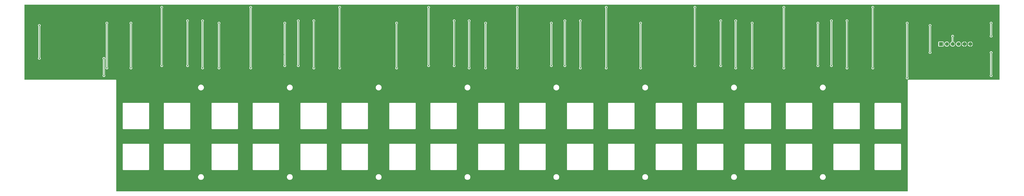
<source format=gbl>
G04 Layer: BottomLayer*
G04 EasyEDA v6.5.34, 2023-08-29 12:17:18*
G04 ba4a484b4813477397863864965903c7,5a6b42c53f6a479593ecc07194224c93,10*
G04 Gerber Generator version 0.2*
G04 Scale: 100 percent, Rotated: No, Reflected: No *
G04 Dimensions in millimeters *
G04 leading zeros omitted , absolute positions ,4 integer and 5 decimal *
%FSLAX45Y45*%
%MOMM*%

%AMMACRO1*21,1,$1,$2,0,0,$3*%
%ADD10C,0.2540*%
%ADD11MACRO1,1.7X1.7X0.0000*%
%ADD12C,1.7000*%
%ADD13C,0.6096*%

%LPD*%
G36*
X6132068Y64008D02*
G01*
X6128156Y64769D01*
X6124905Y67005D01*
X6122670Y70256D01*
X6121908Y74168D01*
X6121908Y4888890D01*
X6121095Y4895392D01*
X6119012Y4900930D01*
X6115456Y4906060D01*
X6112459Y4909108D01*
X6108852Y4911750D01*
X6103315Y4914239D01*
X6095847Y4915408D01*
X2156968Y4915408D01*
X2153056Y4916170D01*
X2149805Y4918405D01*
X2147570Y4921656D01*
X2146808Y4925568D01*
X2146808Y8168131D01*
X2147570Y8172043D01*
X2149805Y8175294D01*
X2153056Y8177530D01*
X2156968Y8178292D01*
X44325032Y8178292D01*
X44328943Y8177530D01*
X44332194Y8175294D01*
X44334430Y8172043D01*
X44335192Y8168131D01*
X44335192Y4925568D01*
X44334430Y4921656D01*
X44332194Y4918405D01*
X44328943Y4916170D01*
X44325032Y4915408D01*
X40386609Y4915408D01*
X40380107Y4914595D01*
X40374570Y4912512D01*
X40369439Y4908956D01*
X40366391Y4905959D01*
X40363749Y4902352D01*
X40361260Y4896815D01*
X40360092Y4889347D01*
X40360092Y74168D01*
X40359330Y70256D01*
X40357094Y67005D01*
X40353843Y64769D01*
X40349932Y64008D01*
G37*

%LPC*%
G36*
X43967400Y6750862D02*
G01*
X43977204Y6751726D01*
X43986653Y6754266D01*
X43995594Y6758381D01*
X44003620Y6764020D01*
X44010580Y6770979D01*
X44016218Y6779006D01*
X44020333Y6787946D01*
X44022873Y6797395D01*
X44023737Y6807200D01*
X44022873Y6817004D01*
X44020333Y6826453D01*
X44016218Y6835394D01*
X44010580Y6843420D01*
X44009005Y6844995D01*
X44006770Y6848297D01*
X44006008Y6852208D01*
X44006008Y7333691D01*
X44006770Y7337602D01*
X44009005Y7340904D01*
X44010580Y7342479D01*
X44016218Y7350506D01*
X44020333Y7359446D01*
X44022873Y7368895D01*
X44023737Y7378700D01*
X44022873Y7388504D01*
X44020333Y7397953D01*
X44016218Y7406894D01*
X44010580Y7414920D01*
X44003620Y7421880D01*
X43995594Y7427518D01*
X43986653Y7431633D01*
X43977204Y7434173D01*
X43967400Y7435037D01*
X43957595Y7434173D01*
X43948146Y7431633D01*
X43939206Y7427518D01*
X43931179Y7421880D01*
X43924220Y7414920D01*
X43918581Y7406894D01*
X43914466Y7397953D01*
X43911926Y7388504D01*
X43911062Y7378700D01*
X43911926Y7368895D01*
X43914466Y7359446D01*
X43918581Y7350506D01*
X43924220Y7342479D01*
X43925794Y7340904D01*
X43928030Y7337602D01*
X43928792Y7333691D01*
X43928792Y6852208D01*
X43928030Y6848297D01*
X43925794Y6844995D01*
X43924220Y6843420D01*
X43918581Y6835394D01*
X43914466Y6826453D01*
X43911926Y6817004D01*
X43911062Y6807200D01*
X43911926Y6797395D01*
X43914466Y6787946D01*
X43918581Y6779006D01*
X43924220Y6770979D01*
X43931179Y6764020D01*
X43939206Y6758381D01*
X43948146Y6754266D01*
X43957595Y6751726D01*
G37*
G36*
X13628776Y559917D02*
G01*
X13643965Y560832D01*
X13658900Y563575D01*
X13673429Y568096D01*
X13687298Y574344D01*
X13700302Y582218D01*
X13712240Y591566D01*
X13723010Y602335D01*
X13732357Y614273D01*
X13740231Y627278D01*
X13746480Y641146D01*
X13751001Y655675D01*
X13753744Y670610D01*
X13754658Y685800D01*
X13753744Y700989D01*
X13751001Y715924D01*
X13746480Y730453D01*
X13740231Y744321D01*
X13732357Y757326D01*
X13723010Y769264D01*
X13712240Y780034D01*
X13700302Y789381D01*
X13687298Y797255D01*
X13673429Y803503D01*
X13658900Y808024D01*
X13643965Y810768D01*
X13628776Y811682D01*
X13613587Y810768D01*
X13598651Y808024D01*
X13584123Y803503D01*
X13570254Y797255D01*
X13557250Y789381D01*
X13545312Y780034D01*
X13534542Y769264D01*
X13525195Y757326D01*
X13517321Y744321D01*
X13511072Y730453D01*
X13506551Y715924D01*
X13503808Y700989D01*
X13502894Y685800D01*
X13503808Y670610D01*
X13506551Y655675D01*
X13511072Y641146D01*
X13517321Y627278D01*
X13525195Y614273D01*
X13534542Y602335D01*
X13545312Y591566D01*
X13557250Y582218D01*
X13570254Y574344D01*
X13584123Y568096D01*
X13598651Y563575D01*
X13613587Y560832D01*
G37*
G36*
X29001618Y559917D02*
G01*
X29016756Y560832D01*
X29031742Y563575D01*
X29046220Y568096D01*
X29060089Y574344D01*
X29073094Y582218D01*
X29085082Y591566D01*
X29095801Y602335D01*
X29105199Y614273D01*
X29113073Y627278D01*
X29119322Y641146D01*
X29123843Y655675D01*
X29126586Y670610D01*
X29127500Y685800D01*
X29126586Y700989D01*
X29123843Y715924D01*
X29119322Y730453D01*
X29113073Y744321D01*
X29105199Y757326D01*
X29095801Y769264D01*
X29085082Y780034D01*
X29073094Y789381D01*
X29060089Y797255D01*
X29046220Y803503D01*
X29031742Y808024D01*
X29016756Y810768D01*
X29001618Y811682D01*
X28986429Y810768D01*
X28971443Y808024D01*
X28956965Y803503D01*
X28943096Y797255D01*
X28930092Y789381D01*
X28918103Y780034D01*
X28907384Y769264D01*
X28897986Y757326D01*
X28890112Y744321D01*
X28883864Y730453D01*
X28879342Y715924D01*
X28876599Y700989D01*
X28875685Y685800D01*
X28876599Y670610D01*
X28879342Y655675D01*
X28883864Y641146D01*
X28890112Y627278D01*
X28897986Y614273D01*
X28907384Y602335D01*
X28918103Y591566D01*
X28930092Y582218D01*
X28943096Y574344D01*
X28956965Y568096D01*
X28971443Y563575D01*
X28986429Y560832D01*
G37*
G36*
X32844790Y559917D02*
G01*
X32859980Y560832D01*
X32874915Y563575D01*
X32889444Y568096D01*
X32903312Y574344D01*
X32916317Y582218D01*
X32928255Y591566D01*
X32939024Y602335D01*
X32948372Y614273D01*
X32956246Y627278D01*
X32962494Y641146D01*
X32967015Y655675D01*
X32969758Y670610D01*
X32970673Y685800D01*
X32969758Y700989D01*
X32967015Y715924D01*
X32962494Y730453D01*
X32956246Y744321D01*
X32948372Y757326D01*
X32939024Y769264D01*
X32928255Y780034D01*
X32916317Y789381D01*
X32903312Y797255D01*
X32889444Y803503D01*
X32874915Y808024D01*
X32859980Y810768D01*
X32844790Y811682D01*
X32829601Y810768D01*
X32814666Y808024D01*
X32800137Y803503D01*
X32786269Y797255D01*
X32773264Y789381D01*
X32761326Y780034D01*
X32750556Y769264D01*
X32741209Y757326D01*
X32733335Y744321D01*
X32727087Y730453D01*
X32722565Y715924D01*
X32719822Y700989D01*
X32718908Y685800D01*
X32719822Y670610D01*
X32722565Y655675D01*
X32727087Y641146D01*
X32733335Y627278D01*
X32741209Y614273D01*
X32750556Y602335D01*
X32761326Y591566D01*
X32773264Y582218D01*
X32786269Y574344D01*
X32800137Y568096D01*
X32814666Y563575D01*
X32829601Y560832D01*
G37*
G36*
X9785604Y559917D02*
G01*
X9800742Y560832D01*
X9815728Y563575D01*
X9830206Y568096D01*
X9844074Y574344D01*
X9857079Y582218D01*
X9869068Y591566D01*
X9879787Y602335D01*
X9889185Y614273D01*
X9897059Y627278D01*
X9903307Y641146D01*
X9907828Y655675D01*
X9910572Y670610D01*
X9911486Y685800D01*
X9910572Y700989D01*
X9907828Y715924D01*
X9903307Y730453D01*
X9897059Y744321D01*
X9889185Y757326D01*
X9879787Y769264D01*
X9869068Y780034D01*
X9857079Y789381D01*
X9844074Y797255D01*
X9830206Y803503D01*
X9815728Y808024D01*
X9800742Y810768D01*
X9785604Y811682D01*
X9770414Y810768D01*
X9755428Y808024D01*
X9740950Y803503D01*
X9727082Y797255D01*
X9714077Y789381D01*
X9702088Y780034D01*
X9691370Y769264D01*
X9681972Y757326D01*
X9674098Y744321D01*
X9667849Y730453D01*
X9663328Y715924D01*
X9660585Y700989D01*
X9659670Y685800D01*
X9660585Y670610D01*
X9663328Y655675D01*
X9667849Y641146D01*
X9674098Y627278D01*
X9681972Y614273D01*
X9691370Y602335D01*
X9702088Y591566D01*
X9714077Y582218D01*
X9727082Y574344D01*
X9740950Y568096D01*
X9755428Y563575D01*
X9770414Y560832D01*
G37*
G36*
X36688014Y559917D02*
G01*
X36703152Y560832D01*
X36718138Y563575D01*
X36732616Y568096D01*
X36746484Y574344D01*
X36759489Y582218D01*
X36771478Y591566D01*
X36782197Y602335D01*
X36791595Y614273D01*
X36799469Y627278D01*
X36805717Y641146D01*
X36810238Y655675D01*
X36812982Y670610D01*
X36813896Y685800D01*
X36812982Y700989D01*
X36810238Y715924D01*
X36805717Y730453D01*
X36799469Y744321D01*
X36791595Y757326D01*
X36782197Y769264D01*
X36771478Y780034D01*
X36759489Y789381D01*
X36746484Y797255D01*
X36732616Y803503D01*
X36718138Y808024D01*
X36703152Y810768D01*
X36688014Y811682D01*
X36672824Y810768D01*
X36657838Y808024D01*
X36643360Y803503D01*
X36629492Y797255D01*
X36616487Y789381D01*
X36604498Y780034D01*
X36593780Y769264D01*
X36584382Y757326D01*
X36576508Y744321D01*
X36570259Y730453D01*
X36565738Y715924D01*
X36562995Y700989D01*
X36562080Y685800D01*
X36562995Y670610D01*
X36565738Y655675D01*
X36570259Y641146D01*
X36576508Y627278D01*
X36584382Y614273D01*
X36593780Y602335D01*
X36604498Y591566D01*
X36616487Y582218D01*
X36629492Y574344D01*
X36643360Y568096D01*
X36657838Y563575D01*
X36672824Y560832D01*
G37*
G36*
X25158395Y559917D02*
G01*
X25173584Y560832D01*
X25188519Y563575D01*
X25203048Y568096D01*
X25216916Y574344D01*
X25229921Y582218D01*
X25241859Y591566D01*
X25252629Y602335D01*
X25261976Y614273D01*
X25269850Y627278D01*
X25276098Y641146D01*
X25280620Y655675D01*
X25283363Y670610D01*
X25284277Y685800D01*
X25283363Y700989D01*
X25280620Y715924D01*
X25276098Y730453D01*
X25269850Y744321D01*
X25261976Y757326D01*
X25252629Y769264D01*
X25241859Y780034D01*
X25229921Y789381D01*
X25216916Y797255D01*
X25203048Y803503D01*
X25188519Y808024D01*
X25173584Y810768D01*
X25158395Y811682D01*
X25143206Y810768D01*
X25128270Y808024D01*
X25113742Y803503D01*
X25099873Y797255D01*
X25086868Y789381D01*
X25074930Y780034D01*
X25064161Y769264D01*
X25054814Y757326D01*
X25046940Y744321D01*
X25040691Y730453D01*
X25036170Y715924D01*
X25033427Y700989D01*
X25032512Y685800D01*
X25033427Y670610D01*
X25036170Y655675D01*
X25040691Y641146D01*
X25046940Y627278D01*
X25054814Y614273D01*
X25064161Y602335D01*
X25074930Y591566D01*
X25086868Y582218D01*
X25099873Y574344D01*
X25113742Y568096D01*
X25128270Y563575D01*
X25143206Y560832D01*
G37*
G36*
X21315172Y559917D02*
G01*
X21330361Y560832D01*
X21345296Y563575D01*
X21359825Y568096D01*
X21373693Y574344D01*
X21386698Y582218D01*
X21398636Y591566D01*
X21409406Y602335D01*
X21418753Y614273D01*
X21426627Y627278D01*
X21432875Y641146D01*
X21437396Y655675D01*
X21440140Y670610D01*
X21441054Y685800D01*
X21440140Y700989D01*
X21437396Y715924D01*
X21432875Y730453D01*
X21426627Y744321D01*
X21418753Y757326D01*
X21409406Y769264D01*
X21398636Y780034D01*
X21386698Y789381D01*
X21373693Y797255D01*
X21359825Y803503D01*
X21345296Y808024D01*
X21330361Y810768D01*
X21315172Y811682D01*
X21299982Y810768D01*
X21285047Y808024D01*
X21270518Y803503D01*
X21256650Y797255D01*
X21243645Y789381D01*
X21231707Y780034D01*
X21220938Y769264D01*
X21211590Y757326D01*
X21203716Y744321D01*
X21197468Y730453D01*
X21192947Y715924D01*
X21190204Y700989D01*
X21189289Y685800D01*
X21190204Y670610D01*
X21192947Y655675D01*
X21197468Y641146D01*
X21203716Y627278D01*
X21211590Y614273D01*
X21220938Y602335D01*
X21231707Y591566D01*
X21243645Y582218D01*
X21256650Y574344D01*
X21270518Y568096D01*
X21285047Y563575D01*
X21299982Y560832D01*
G37*
G36*
X19735444Y990092D02*
G01*
X20826526Y990092D01*
X20832826Y990803D01*
X20838312Y992733D01*
X20843189Y995781D01*
X20847304Y999896D01*
X20850352Y1004773D01*
X20852282Y1010259D01*
X20852993Y1016558D01*
X20852993Y2107641D01*
X20852282Y2113940D01*
X20850352Y2119426D01*
X20847304Y2124303D01*
X20843189Y2128418D01*
X20838312Y2131466D01*
X20832826Y2133396D01*
X20826526Y2134108D01*
X19735444Y2134108D01*
X19729145Y2133396D01*
X19723658Y2131466D01*
X19718782Y2128418D01*
X19714667Y2124303D01*
X19711619Y2119426D01*
X19709688Y2113940D01*
X19708977Y2107641D01*
X19708977Y1016558D01*
X19709688Y1010259D01*
X19711619Y1004773D01*
X19714667Y999896D01*
X19718782Y995781D01*
X19723658Y992733D01*
X19729145Y990803D01*
G37*
G36*
X27421890Y990092D02*
G01*
X28512922Y990092D01*
X28519272Y990803D01*
X28524708Y992733D01*
X28529635Y995781D01*
X28533699Y999896D01*
X28536798Y1004773D01*
X28538677Y1010259D01*
X28539439Y1016558D01*
X28539439Y2107641D01*
X28538677Y2113940D01*
X28536798Y2119426D01*
X28533699Y2124303D01*
X28529635Y2128418D01*
X28524708Y2131466D01*
X28519272Y2133396D01*
X28512922Y2134108D01*
X27421890Y2134108D01*
X27415540Y2133396D01*
X27410105Y2131466D01*
X27405177Y2128418D01*
X27401113Y2124303D01*
X27398014Y2119426D01*
X27396135Y2113940D01*
X27395424Y2107641D01*
X27395424Y1016558D01*
X27396135Y1010259D01*
X27398014Y1004773D01*
X27401113Y999896D01*
X27405177Y995781D01*
X27410105Y992733D01*
X27415540Y990803D01*
G37*
G36*
X17956377Y990092D02*
G01*
X19047409Y990092D01*
X19053759Y990803D01*
X19059194Y992733D01*
X19064122Y995781D01*
X19068186Y999896D01*
X19071285Y1004773D01*
X19073164Y1010259D01*
X19073926Y1016558D01*
X19073926Y2107641D01*
X19073164Y2113940D01*
X19071285Y2119426D01*
X19068186Y2124303D01*
X19064122Y2128418D01*
X19059194Y2131466D01*
X19053759Y2133396D01*
X19047409Y2134108D01*
X17956377Y2134108D01*
X17950027Y2133396D01*
X17944592Y2131466D01*
X17939664Y2128418D01*
X17935600Y2124303D01*
X17932501Y2119426D01*
X17930622Y2113940D01*
X17929910Y2107641D01*
X17929910Y1016558D01*
X17930622Y1010259D01*
X17932501Y1004773D01*
X17935600Y999896D01*
X17939664Y995781D01*
X17944592Y992733D01*
X17950027Y990803D01*
G37*
G36*
X21799600Y990092D02*
G01*
X22890632Y990092D01*
X22896982Y990803D01*
X22902418Y992733D01*
X22907345Y995781D01*
X22911409Y999896D01*
X22914508Y1004773D01*
X22916388Y1010259D01*
X22917150Y1016558D01*
X22917150Y2107641D01*
X22916388Y2113940D01*
X22914508Y2119426D01*
X22911409Y2124303D01*
X22907345Y2128418D01*
X22902418Y2131466D01*
X22896982Y2133396D01*
X22890632Y2134108D01*
X21799600Y2134108D01*
X21793250Y2133396D01*
X21787815Y2131466D01*
X21782887Y2128418D01*
X21778823Y2124303D01*
X21775724Y2119426D01*
X21773845Y2113940D01*
X21773134Y2107641D01*
X21773134Y1016558D01*
X21773845Y1010259D01*
X21775724Y1004773D01*
X21778823Y999896D01*
X21782887Y995781D01*
X21787815Y992733D01*
X21793250Y990803D01*
G37*
G36*
X23578667Y990092D02*
G01*
X24669699Y990092D01*
X24676049Y990803D01*
X24681484Y992733D01*
X24686412Y995781D01*
X24690476Y999896D01*
X24693575Y1004773D01*
X24695454Y1010259D01*
X24696216Y1016558D01*
X24696216Y2107641D01*
X24695454Y2113940D01*
X24693575Y2119426D01*
X24690476Y2124303D01*
X24686412Y2128418D01*
X24681484Y2131466D01*
X24676049Y2133396D01*
X24669699Y2134108D01*
X23578667Y2134108D01*
X23572317Y2133396D01*
X23566882Y2131466D01*
X23561954Y2128418D01*
X23557890Y2124303D01*
X23554791Y2119426D01*
X23552912Y2113940D01*
X23552200Y2107641D01*
X23552200Y1016558D01*
X23552912Y1010259D01*
X23554791Y1004773D01*
X23557890Y999896D01*
X23561954Y995781D01*
X23566882Y992733D01*
X23572317Y990803D01*
G37*
G36*
X29485996Y990092D02*
G01*
X30577027Y990092D01*
X30583377Y990803D01*
X30588813Y992733D01*
X30593741Y995781D01*
X30597805Y999896D01*
X30600903Y1004773D01*
X30602783Y1010259D01*
X30603545Y1016558D01*
X30603545Y2107641D01*
X30602783Y2113940D01*
X30600903Y2119426D01*
X30597805Y2124303D01*
X30593741Y2128418D01*
X30588813Y2131466D01*
X30583377Y2133396D01*
X30577027Y2134108D01*
X29485996Y2134108D01*
X29479646Y2133396D01*
X29474210Y2131466D01*
X29469283Y2128418D01*
X29465219Y2124303D01*
X29462120Y2119426D01*
X29460240Y2113940D01*
X29459529Y2107641D01*
X29459529Y1016558D01*
X29460240Y1010259D01*
X29462120Y1004773D01*
X29465219Y999896D01*
X29469283Y995781D01*
X29474210Y992733D01*
X29479646Y990803D01*
G37*
G36*
X15892272Y990092D02*
G01*
X16983303Y990092D01*
X16989653Y990803D01*
X16995089Y992733D01*
X17000016Y995781D01*
X17004080Y999896D01*
X17007179Y1004773D01*
X17009059Y1010259D01*
X17009821Y1016558D01*
X17009821Y2107641D01*
X17009059Y2113940D01*
X17007179Y2119426D01*
X17004080Y2124303D01*
X17000016Y2128418D01*
X16995089Y2131466D01*
X16989653Y2133396D01*
X16983303Y2134108D01*
X15892272Y2134108D01*
X15885922Y2133396D01*
X15880486Y2131466D01*
X15875558Y2128418D01*
X15871494Y2124303D01*
X15868396Y2119426D01*
X15866516Y2113940D01*
X15865805Y2107641D01*
X15865805Y1016558D01*
X15866516Y1010259D01*
X15868396Y1004773D01*
X15871494Y999896D01*
X15875558Y995781D01*
X15880486Y992733D01*
X15885922Y990803D01*
G37*
G36*
X25642773Y990092D02*
G01*
X26733855Y990092D01*
X26740154Y990803D01*
X26745641Y992733D01*
X26750518Y995781D01*
X26754632Y999896D01*
X26757680Y1004773D01*
X26759611Y1010259D01*
X26760322Y1016558D01*
X26760322Y2107641D01*
X26759611Y2113940D01*
X26757680Y2119426D01*
X26754632Y2124303D01*
X26750518Y2128418D01*
X26745641Y2131466D01*
X26740154Y2133396D01*
X26733855Y2134108D01*
X25642773Y2134108D01*
X25636474Y2133396D01*
X25630987Y2131466D01*
X25626110Y2128418D01*
X25621996Y2124303D01*
X25618948Y2119426D01*
X25617017Y2113940D01*
X25616306Y2107641D01*
X25616306Y1016558D01*
X25617017Y1010259D01*
X25618948Y1004773D01*
X25621996Y999896D01*
X25626110Y995781D01*
X25630987Y992733D01*
X25636474Y990803D01*
G37*
G36*
X35108286Y990092D02*
G01*
X36199318Y990092D01*
X36205668Y990803D01*
X36211103Y992733D01*
X36216031Y995781D01*
X36220095Y999896D01*
X36223194Y1004773D01*
X36225073Y1010259D01*
X36225835Y1016558D01*
X36225835Y2107641D01*
X36225073Y2113940D01*
X36223194Y2119426D01*
X36220095Y2124303D01*
X36216031Y2128418D01*
X36211103Y2131466D01*
X36205668Y2133396D01*
X36199318Y2134108D01*
X35108286Y2134108D01*
X35101936Y2133396D01*
X35096500Y2131466D01*
X35091573Y2128418D01*
X35087509Y2124303D01*
X35084410Y2119426D01*
X35082530Y2113940D01*
X35081819Y2107641D01*
X35081819Y1016558D01*
X35082530Y1010259D01*
X35084410Y1004773D01*
X35087509Y999896D01*
X35091573Y995781D01*
X35096500Y992733D01*
X35101936Y990803D01*
G37*
G36*
X10269982Y990092D02*
G01*
X11361013Y990092D01*
X11367363Y990803D01*
X11372799Y992733D01*
X11377726Y995781D01*
X11381790Y999896D01*
X11384889Y1004773D01*
X11386769Y1010259D01*
X11387531Y1016558D01*
X11387531Y2107641D01*
X11386769Y2113940D01*
X11384889Y2119426D01*
X11381790Y2124303D01*
X11377726Y2128418D01*
X11372799Y2131466D01*
X11367363Y2133396D01*
X11361013Y2134108D01*
X10269982Y2134108D01*
X10263632Y2133396D01*
X10258196Y2131466D01*
X10253268Y2128418D01*
X10249204Y2124303D01*
X10246106Y2119426D01*
X10244226Y2113940D01*
X10243515Y2107641D01*
X10243515Y1016558D01*
X10244226Y1010259D01*
X10246106Y1004773D01*
X10249204Y999896D01*
X10253268Y995781D01*
X10258196Y992733D01*
X10263632Y990803D01*
G37*
G36*
X12049048Y990092D02*
G01*
X13140131Y990092D01*
X13146430Y990803D01*
X13151916Y992733D01*
X13156793Y995781D01*
X13160908Y999896D01*
X13163956Y1004773D01*
X13165886Y1010259D01*
X13166598Y1016558D01*
X13166598Y2107641D01*
X13165886Y2113940D01*
X13163956Y2119426D01*
X13160908Y2124303D01*
X13156793Y2128418D01*
X13151916Y2131466D01*
X13146430Y2133396D01*
X13140131Y2134108D01*
X12049048Y2134108D01*
X12042749Y2133396D01*
X12037263Y2131466D01*
X12032386Y2128418D01*
X12028271Y2124303D01*
X12025223Y2119426D01*
X12023293Y2113940D01*
X12022582Y2107641D01*
X12022582Y1016558D01*
X12023293Y1010259D01*
X12025223Y1004773D01*
X12028271Y999896D01*
X12032386Y995781D01*
X12037263Y992733D01*
X12042749Y990803D01*
G37*
G36*
X38951458Y990092D02*
G01*
X40042541Y990092D01*
X40048840Y990803D01*
X40054326Y992733D01*
X40059203Y995781D01*
X40063318Y999896D01*
X40066366Y1004773D01*
X40068296Y1010259D01*
X40069008Y1016558D01*
X40069008Y2107641D01*
X40068296Y2113940D01*
X40066366Y2119426D01*
X40063318Y2124303D01*
X40059203Y2128418D01*
X40054326Y2131466D01*
X40048840Y2133396D01*
X40042541Y2134108D01*
X38951458Y2134108D01*
X38945159Y2133396D01*
X38939673Y2131466D01*
X38934796Y2128418D01*
X38930681Y2124303D01*
X38927633Y2119426D01*
X38925703Y2113940D01*
X38924992Y2107641D01*
X38924992Y1016558D01*
X38925703Y1010259D01*
X38927633Y1004773D01*
X38930681Y999896D01*
X38934796Y995781D01*
X38939673Y992733D01*
X38945159Y990803D01*
G37*
G36*
X6426758Y990092D02*
G01*
X7517841Y990092D01*
X7524140Y990803D01*
X7529626Y992733D01*
X7534503Y995781D01*
X7538618Y999896D01*
X7541666Y1004773D01*
X7543596Y1010259D01*
X7544308Y1016558D01*
X7544308Y2107641D01*
X7543596Y2113940D01*
X7541666Y2119426D01*
X7538618Y2124303D01*
X7534503Y2128418D01*
X7529626Y2131466D01*
X7524140Y2133396D01*
X7517841Y2134108D01*
X6426758Y2134108D01*
X6420459Y2133396D01*
X6414973Y2131466D01*
X6410096Y2128418D01*
X6405981Y2124303D01*
X6402933Y2119426D01*
X6401003Y2113940D01*
X6400292Y2107641D01*
X6400292Y1016558D01*
X6401003Y1010259D01*
X6402933Y1004773D01*
X6405981Y999896D01*
X6410096Y995781D01*
X6414973Y992733D01*
X6420459Y990803D01*
G37*
G36*
X37172392Y990092D02*
G01*
X38263423Y990092D01*
X38269773Y990803D01*
X38275209Y992733D01*
X38280136Y995781D01*
X38284200Y999896D01*
X38287299Y1004773D01*
X38289179Y1010259D01*
X38289941Y1016558D01*
X38289941Y2107641D01*
X38289179Y2113940D01*
X38287299Y2119426D01*
X38284200Y2124303D01*
X38280136Y2128418D01*
X38275209Y2131466D01*
X38269773Y2133396D01*
X38263423Y2134108D01*
X37172392Y2134108D01*
X37166042Y2133396D01*
X37160606Y2131466D01*
X37155678Y2128418D01*
X37151614Y2124303D01*
X37148516Y2119426D01*
X37146636Y2113940D01*
X37145925Y2107641D01*
X37145925Y1016558D01*
X37146636Y1010259D01*
X37148516Y1004773D01*
X37151614Y999896D01*
X37155678Y995781D01*
X37160606Y992733D01*
X37166042Y990803D01*
G37*
G36*
X33329168Y990092D02*
G01*
X34420251Y990092D01*
X34426550Y990803D01*
X34432036Y992733D01*
X34436913Y995781D01*
X34441028Y999896D01*
X34444076Y1004773D01*
X34446006Y1010259D01*
X34446718Y1016558D01*
X34446718Y2107641D01*
X34446006Y2113940D01*
X34444076Y2119426D01*
X34441028Y2124303D01*
X34436913Y2128418D01*
X34432036Y2131466D01*
X34426550Y2133396D01*
X34420251Y2134108D01*
X33329168Y2134108D01*
X33322869Y2133396D01*
X33317383Y2131466D01*
X33312506Y2128418D01*
X33308391Y2124303D01*
X33305343Y2119426D01*
X33303413Y2113940D01*
X33302702Y2107641D01*
X33302702Y1016558D01*
X33303413Y1010259D01*
X33305343Y1004773D01*
X33308391Y999896D01*
X33312506Y995781D01*
X33317383Y992733D01*
X33322869Y990803D01*
G37*
G36*
X31265063Y990092D02*
G01*
X32356145Y990092D01*
X32362444Y990803D01*
X32367931Y992733D01*
X32372808Y995781D01*
X32376922Y999896D01*
X32379970Y1004773D01*
X32381901Y1010259D01*
X32382612Y1016558D01*
X32382612Y2107641D01*
X32381901Y2113940D01*
X32379970Y2119426D01*
X32376922Y2124303D01*
X32372808Y2128418D01*
X32367931Y2131466D01*
X32362444Y2133396D01*
X32356145Y2134108D01*
X31265063Y2134108D01*
X31258764Y2133396D01*
X31253277Y2131466D01*
X31248400Y2128418D01*
X31244286Y2124303D01*
X31241238Y2119426D01*
X31239307Y2113940D01*
X31238596Y2107641D01*
X31238596Y1016558D01*
X31239307Y1010259D01*
X31241238Y1004773D01*
X31244286Y999896D01*
X31248400Y995781D01*
X31253277Y992733D01*
X31258764Y990803D01*
G37*
G36*
X8205876Y990092D02*
G01*
X9296908Y990092D01*
X9303258Y990803D01*
X9308693Y992733D01*
X9313621Y995781D01*
X9317685Y999896D01*
X9320784Y1004773D01*
X9322663Y1010259D01*
X9323425Y1016558D01*
X9323425Y2107641D01*
X9322663Y2113940D01*
X9320784Y2119426D01*
X9317685Y2124303D01*
X9313621Y2128418D01*
X9308693Y2131466D01*
X9303258Y2133396D01*
X9296908Y2134108D01*
X8205876Y2134108D01*
X8199526Y2133396D01*
X8194090Y2131466D01*
X8189163Y2128418D01*
X8185099Y2124303D01*
X8182000Y2119426D01*
X8180120Y2113940D01*
X8179409Y2107641D01*
X8179409Y1016558D01*
X8180120Y1010259D01*
X8182000Y1004773D01*
X8185099Y999896D01*
X8189163Y995781D01*
X8194090Y992733D01*
X8199526Y990803D01*
G37*
G36*
X14113154Y990092D02*
G01*
X15204236Y990092D01*
X15210536Y990803D01*
X15216022Y992733D01*
X15220899Y995781D01*
X15225013Y999896D01*
X15228062Y1004773D01*
X15229992Y1010259D01*
X15230703Y1016558D01*
X15230703Y2107641D01*
X15229992Y2113940D01*
X15228062Y2119426D01*
X15225013Y2124303D01*
X15220899Y2128418D01*
X15216022Y2131466D01*
X15210536Y2133396D01*
X15204236Y2134108D01*
X14113154Y2134108D01*
X14106855Y2133396D01*
X14101368Y2131466D01*
X14096492Y2128418D01*
X14092377Y2124303D01*
X14089329Y2119426D01*
X14087398Y2113940D01*
X14086687Y2107641D01*
X14086687Y1016558D01*
X14087398Y1010259D01*
X14089329Y1004773D01*
X14092377Y999896D01*
X14096492Y995781D01*
X14101368Y992733D01*
X14106855Y990803D01*
G37*
G36*
X17956377Y2768092D02*
G01*
X19047409Y2768092D01*
X19053759Y2768803D01*
X19059194Y2770733D01*
X19064122Y2773781D01*
X19068186Y2777896D01*
X19071285Y2782773D01*
X19073164Y2788259D01*
X19073926Y2794558D01*
X19073926Y3885641D01*
X19073164Y3891940D01*
X19071285Y3897426D01*
X19068186Y3902303D01*
X19064122Y3906418D01*
X19059194Y3909466D01*
X19053759Y3911396D01*
X19047409Y3912108D01*
X17956377Y3912108D01*
X17950027Y3911396D01*
X17944592Y3909466D01*
X17939664Y3906418D01*
X17935600Y3902303D01*
X17932501Y3897426D01*
X17930622Y3891940D01*
X17929910Y3885641D01*
X17929910Y2794558D01*
X17930622Y2788259D01*
X17932501Y2782773D01*
X17935600Y2777896D01*
X17939664Y2773781D01*
X17944592Y2770733D01*
X17950027Y2768803D01*
G37*
G36*
X27421890Y2768092D02*
G01*
X28512922Y2768092D01*
X28519272Y2768803D01*
X28524708Y2770733D01*
X28529635Y2773781D01*
X28533699Y2777896D01*
X28536798Y2782773D01*
X28538677Y2788259D01*
X28539439Y2794558D01*
X28539439Y3885641D01*
X28538677Y3891940D01*
X28536798Y3897426D01*
X28533699Y3902303D01*
X28529635Y3906418D01*
X28524708Y3909466D01*
X28519272Y3911396D01*
X28512922Y3912108D01*
X27421890Y3912108D01*
X27415540Y3911396D01*
X27410105Y3909466D01*
X27405177Y3906418D01*
X27401113Y3902303D01*
X27398014Y3897426D01*
X27396135Y3891940D01*
X27395424Y3885641D01*
X27395424Y2794558D01*
X27396135Y2788259D01*
X27398014Y2782773D01*
X27401113Y2777896D01*
X27405177Y2773781D01*
X27410105Y2770733D01*
X27415540Y2768803D01*
G37*
G36*
X19735444Y2768092D02*
G01*
X20826526Y2768092D01*
X20832826Y2768803D01*
X20838312Y2770733D01*
X20843189Y2773781D01*
X20847304Y2777896D01*
X20850352Y2782773D01*
X20852282Y2788259D01*
X20852993Y2794558D01*
X20852993Y3885641D01*
X20852282Y3891940D01*
X20850352Y3897426D01*
X20847304Y3902303D01*
X20843189Y3906418D01*
X20838312Y3909466D01*
X20832826Y3911396D01*
X20826526Y3912108D01*
X19735444Y3912108D01*
X19729145Y3911396D01*
X19723658Y3909466D01*
X19718782Y3906418D01*
X19714667Y3902303D01*
X19711619Y3897426D01*
X19709688Y3891940D01*
X19708977Y3885641D01*
X19708977Y2794558D01*
X19709688Y2788259D01*
X19711619Y2782773D01*
X19714667Y2777896D01*
X19718782Y2773781D01*
X19723658Y2770733D01*
X19729145Y2768803D01*
G37*
G36*
X15892272Y2768092D02*
G01*
X16983303Y2768092D01*
X16989653Y2768803D01*
X16995089Y2770733D01*
X17000016Y2773781D01*
X17004080Y2777896D01*
X17007179Y2782773D01*
X17009059Y2788259D01*
X17009821Y2794558D01*
X17009821Y3885641D01*
X17009059Y3891940D01*
X17007179Y3897426D01*
X17004080Y3902303D01*
X17000016Y3906418D01*
X16995089Y3909466D01*
X16989653Y3911396D01*
X16983303Y3912108D01*
X15892272Y3912108D01*
X15885922Y3911396D01*
X15880486Y3909466D01*
X15875558Y3906418D01*
X15871494Y3902303D01*
X15868396Y3897426D01*
X15866516Y3891940D01*
X15865805Y3885641D01*
X15865805Y2794558D01*
X15866516Y2788259D01*
X15868396Y2782773D01*
X15871494Y2777896D01*
X15875558Y2773781D01*
X15880486Y2770733D01*
X15885922Y2768803D01*
G37*
G36*
X29485996Y2768092D02*
G01*
X30577027Y2768092D01*
X30583377Y2768803D01*
X30588813Y2770733D01*
X30593741Y2773781D01*
X30597805Y2777896D01*
X30600903Y2782773D01*
X30602783Y2788259D01*
X30603545Y2794558D01*
X30603545Y3885641D01*
X30602783Y3891940D01*
X30600903Y3897426D01*
X30597805Y3902303D01*
X30593741Y3906418D01*
X30588813Y3909466D01*
X30583377Y3911396D01*
X30577027Y3912108D01*
X29485996Y3912108D01*
X29479646Y3911396D01*
X29474210Y3909466D01*
X29469283Y3906418D01*
X29465219Y3902303D01*
X29462120Y3897426D01*
X29460240Y3891940D01*
X29459529Y3885641D01*
X29459529Y2794558D01*
X29460240Y2788259D01*
X29462120Y2782773D01*
X29465219Y2777896D01*
X29469283Y2773781D01*
X29474210Y2770733D01*
X29479646Y2768803D01*
G37*
G36*
X23578667Y2768092D02*
G01*
X24669699Y2768092D01*
X24676049Y2768803D01*
X24681484Y2770733D01*
X24686412Y2773781D01*
X24690476Y2777896D01*
X24693575Y2782773D01*
X24695454Y2788259D01*
X24696216Y2794558D01*
X24696216Y3885641D01*
X24695454Y3891940D01*
X24693575Y3897426D01*
X24690476Y3902303D01*
X24686412Y3906418D01*
X24681484Y3909466D01*
X24676049Y3911396D01*
X24669699Y3912108D01*
X23578667Y3912108D01*
X23572317Y3911396D01*
X23566882Y3909466D01*
X23561954Y3906418D01*
X23557890Y3902303D01*
X23554791Y3897426D01*
X23552912Y3891940D01*
X23552200Y3885641D01*
X23552200Y2794558D01*
X23552912Y2788259D01*
X23554791Y2782773D01*
X23557890Y2777896D01*
X23561954Y2773781D01*
X23566882Y2770733D01*
X23572317Y2768803D01*
G37*
G36*
X35108286Y2768092D02*
G01*
X36199318Y2768092D01*
X36205668Y2768803D01*
X36211103Y2770733D01*
X36216031Y2773781D01*
X36220095Y2777896D01*
X36223194Y2782773D01*
X36225073Y2788259D01*
X36225835Y2794558D01*
X36225835Y3885641D01*
X36225073Y3891940D01*
X36223194Y3897426D01*
X36220095Y3902303D01*
X36216031Y3906418D01*
X36211103Y3909466D01*
X36205668Y3911396D01*
X36199318Y3912108D01*
X35108286Y3912108D01*
X35101936Y3911396D01*
X35096500Y3909466D01*
X35091573Y3906418D01*
X35087509Y3902303D01*
X35084410Y3897426D01*
X35082530Y3891940D01*
X35081819Y3885641D01*
X35081819Y2794558D01*
X35082530Y2788259D01*
X35084410Y2782773D01*
X35087509Y2777896D01*
X35091573Y2773781D01*
X35096500Y2770733D01*
X35101936Y2768803D01*
G37*
G36*
X25642773Y2768092D02*
G01*
X26733855Y2768092D01*
X26740154Y2768803D01*
X26745641Y2770733D01*
X26750518Y2773781D01*
X26754632Y2777896D01*
X26757680Y2782773D01*
X26759611Y2788259D01*
X26760322Y2794558D01*
X26760322Y3885641D01*
X26759611Y3891940D01*
X26757680Y3897426D01*
X26754632Y3902303D01*
X26750518Y3906418D01*
X26745641Y3909466D01*
X26740154Y3911396D01*
X26733855Y3912108D01*
X25642773Y3912108D01*
X25636474Y3911396D01*
X25630987Y3909466D01*
X25626110Y3906418D01*
X25621996Y3902303D01*
X25618948Y3897426D01*
X25617017Y3891940D01*
X25616306Y3885641D01*
X25616306Y2794558D01*
X25617017Y2788259D01*
X25618948Y2782773D01*
X25621996Y2777896D01*
X25626110Y2773781D01*
X25630987Y2770733D01*
X25636474Y2768803D01*
G37*
G36*
X10269982Y2768092D02*
G01*
X11361013Y2768092D01*
X11367363Y2768803D01*
X11372799Y2770733D01*
X11377726Y2773781D01*
X11381790Y2777896D01*
X11384889Y2782773D01*
X11386769Y2788259D01*
X11387531Y2794558D01*
X11387531Y3885641D01*
X11386769Y3891940D01*
X11384889Y3897426D01*
X11381790Y3902303D01*
X11377726Y3906418D01*
X11372799Y3909466D01*
X11367363Y3911396D01*
X11361013Y3912108D01*
X10269982Y3912108D01*
X10263632Y3911396D01*
X10258196Y3909466D01*
X10253268Y3906418D01*
X10249204Y3902303D01*
X10246106Y3897426D01*
X10244226Y3891940D01*
X10243515Y3885641D01*
X10243515Y2794558D01*
X10244226Y2788259D01*
X10246106Y2782773D01*
X10249204Y2777896D01*
X10253268Y2773781D01*
X10258196Y2770733D01*
X10263632Y2768803D01*
G37*
G36*
X21799600Y2768092D02*
G01*
X22890632Y2768092D01*
X22896982Y2768803D01*
X22902418Y2770733D01*
X22907345Y2773781D01*
X22911409Y2777896D01*
X22914508Y2782773D01*
X22916388Y2788259D01*
X22917150Y2794558D01*
X22917150Y3885641D01*
X22916388Y3891940D01*
X22914508Y3897426D01*
X22911409Y3902303D01*
X22907345Y3906418D01*
X22902418Y3909466D01*
X22896982Y3911396D01*
X22890632Y3912108D01*
X21799600Y3912108D01*
X21793250Y3911396D01*
X21787815Y3909466D01*
X21782887Y3906418D01*
X21778823Y3902303D01*
X21775724Y3897426D01*
X21773845Y3891940D01*
X21773134Y3885641D01*
X21773134Y2794558D01*
X21773845Y2788259D01*
X21775724Y2782773D01*
X21778823Y2777896D01*
X21782887Y2773781D01*
X21787815Y2770733D01*
X21793250Y2768803D01*
G37*
G36*
X8205876Y2768092D02*
G01*
X9296908Y2768092D01*
X9303258Y2768803D01*
X9308693Y2770733D01*
X9313621Y2773781D01*
X9317685Y2777896D01*
X9320784Y2782773D01*
X9322663Y2788259D01*
X9323425Y2794558D01*
X9323425Y3885641D01*
X9322663Y3891940D01*
X9320784Y3897426D01*
X9317685Y3902303D01*
X9313621Y3906418D01*
X9308693Y3909466D01*
X9303258Y3911396D01*
X9296908Y3912108D01*
X8205876Y3912108D01*
X8199526Y3911396D01*
X8194090Y3909466D01*
X8189163Y3906418D01*
X8185099Y3902303D01*
X8182000Y3897426D01*
X8180120Y3891940D01*
X8179409Y3885641D01*
X8179409Y2794558D01*
X8180120Y2788259D01*
X8182000Y2782773D01*
X8185099Y2777896D01*
X8189163Y2773781D01*
X8194090Y2770733D01*
X8199526Y2768803D01*
G37*
G36*
X12049048Y2768092D02*
G01*
X13140131Y2768092D01*
X13146430Y2768803D01*
X13151916Y2770733D01*
X13156793Y2773781D01*
X13160908Y2777896D01*
X13163956Y2782773D01*
X13165886Y2788259D01*
X13166598Y2794558D01*
X13166598Y3885641D01*
X13165886Y3891940D01*
X13163956Y3897426D01*
X13160908Y3902303D01*
X13156793Y3906418D01*
X13151916Y3909466D01*
X13146430Y3911396D01*
X13140131Y3912108D01*
X12049048Y3912108D01*
X12042749Y3911396D01*
X12037263Y3909466D01*
X12032386Y3906418D01*
X12028271Y3902303D01*
X12025223Y3897426D01*
X12023293Y3891940D01*
X12022582Y3885641D01*
X12022582Y2794558D01*
X12023293Y2788259D01*
X12025223Y2782773D01*
X12028271Y2777896D01*
X12032386Y2773781D01*
X12037263Y2770733D01*
X12042749Y2768803D01*
G37*
G36*
X14113154Y2768092D02*
G01*
X15204236Y2768092D01*
X15210536Y2768803D01*
X15216022Y2770733D01*
X15220899Y2773781D01*
X15225013Y2777896D01*
X15228062Y2782773D01*
X15229992Y2788259D01*
X15230703Y2794558D01*
X15230703Y3885641D01*
X15229992Y3891940D01*
X15228062Y3897426D01*
X15225013Y3902303D01*
X15220899Y3906418D01*
X15216022Y3909466D01*
X15210536Y3911396D01*
X15204236Y3912108D01*
X14113154Y3912108D01*
X14106855Y3911396D01*
X14101368Y3909466D01*
X14096492Y3906418D01*
X14092377Y3902303D01*
X14089329Y3897426D01*
X14087398Y3891940D01*
X14086687Y3885641D01*
X14086687Y2794558D01*
X14087398Y2788259D01*
X14089329Y2782773D01*
X14092377Y2777896D01*
X14096492Y2773781D01*
X14101368Y2770733D01*
X14106855Y2768803D01*
G37*
G36*
X37172392Y2768092D02*
G01*
X38263423Y2768092D01*
X38269773Y2768803D01*
X38275209Y2770733D01*
X38280136Y2773781D01*
X38284200Y2777896D01*
X38287299Y2782773D01*
X38289179Y2788259D01*
X38289941Y2794558D01*
X38289941Y3885641D01*
X38289179Y3891940D01*
X38287299Y3897426D01*
X38284200Y3902303D01*
X38280136Y3906418D01*
X38275209Y3909466D01*
X38269773Y3911396D01*
X38263423Y3912108D01*
X37172392Y3912108D01*
X37166042Y3911396D01*
X37160606Y3909466D01*
X37155678Y3906418D01*
X37151614Y3902303D01*
X37148516Y3897426D01*
X37146636Y3891940D01*
X37145925Y3885641D01*
X37145925Y2794558D01*
X37146636Y2788259D01*
X37148516Y2782773D01*
X37151614Y2777896D01*
X37155678Y2773781D01*
X37160606Y2770733D01*
X37166042Y2768803D01*
G37*
G36*
X33329168Y2768092D02*
G01*
X34420251Y2768092D01*
X34426550Y2768803D01*
X34432036Y2770733D01*
X34436913Y2773781D01*
X34441028Y2777896D01*
X34444076Y2782773D01*
X34446006Y2788259D01*
X34446718Y2794558D01*
X34446718Y3885641D01*
X34446006Y3891940D01*
X34444076Y3897426D01*
X34441028Y3902303D01*
X34436913Y3906418D01*
X34432036Y3909466D01*
X34426550Y3911396D01*
X34420251Y3912108D01*
X33329168Y3912108D01*
X33322869Y3911396D01*
X33317383Y3909466D01*
X33312506Y3906418D01*
X33308391Y3902303D01*
X33305343Y3897426D01*
X33303413Y3891940D01*
X33302702Y3885641D01*
X33302702Y2794558D01*
X33303413Y2788259D01*
X33305343Y2782773D01*
X33308391Y2777896D01*
X33312506Y2773781D01*
X33317383Y2770733D01*
X33322869Y2768803D01*
G37*
G36*
X31265063Y2768092D02*
G01*
X32356145Y2768092D01*
X32362444Y2768803D01*
X32367931Y2770733D01*
X32372808Y2773781D01*
X32376922Y2777896D01*
X32379970Y2782773D01*
X32381901Y2788259D01*
X32382612Y2794558D01*
X32382612Y3885641D01*
X32381901Y3891940D01*
X32379970Y3897426D01*
X32376922Y3902303D01*
X32372808Y3906418D01*
X32367931Y3909466D01*
X32362444Y3911396D01*
X32356145Y3912108D01*
X31265063Y3912108D01*
X31258764Y3911396D01*
X31253277Y3909466D01*
X31248400Y3906418D01*
X31244286Y3902303D01*
X31241238Y3897426D01*
X31239307Y3891940D01*
X31238596Y3885641D01*
X31238596Y2794558D01*
X31239307Y2788259D01*
X31241238Y2782773D01*
X31244286Y2777896D01*
X31248400Y2773781D01*
X31253277Y2770733D01*
X31258764Y2768803D01*
G37*
G36*
X38951458Y2768092D02*
G01*
X40042541Y2768092D01*
X40048840Y2768803D01*
X40054326Y2770733D01*
X40059203Y2773781D01*
X40063318Y2777896D01*
X40066366Y2782773D01*
X40068296Y2788259D01*
X40069008Y2794558D01*
X40069008Y3885641D01*
X40068296Y3891940D01*
X40066366Y3897426D01*
X40063318Y3902303D01*
X40059203Y3906418D01*
X40054326Y3909466D01*
X40048840Y3911396D01*
X40042541Y3912108D01*
X38951458Y3912108D01*
X38945159Y3911396D01*
X38939673Y3909466D01*
X38934796Y3906418D01*
X38930681Y3902303D01*
X38927633Y3897426D01*
X38925703Y3891940D01*
X38924992Y3885641D01*
X38924992Y2794558D01*
X38925703Y2788259D01*
X38927633Y2782773D01*
X38930681Y2777896D01*
X38934796Y2773781D01*
X38939673Y2770733D01*
X38945159Y2768803D01*
G37*
G36*
X6426758Y2768092D02*
G01*
X7517841Y2768092D01*
X7524140Y2768803D01*
X7529626Y2770733D01*
X7534503Y2773781D01*
X7538618Y2777896D01*
X7541666Y2782773D01*
X7543596Y2788259D01*
X7544308Y2794558D01*
X7544308Y3885641D01*
X7543596Y3891940D01*
X7541666Y3897426D01*
X7538618Y3902303D01*
X7534503Y3906418D01*
X7529626Y3909466D01*
X7524140Y3911396D01*
X7517841Y3912108D01*
X6426758Y3912108D01*
X6420459Y3911396D01*
X6414973Y3909466D01*
X6410096Y3906418D01*
X6405981Y3902303D01*
X6402933Y3897426D01*
X6401003Y3891940D01*
X6400292Y3885641D01*
X6400292Y2794558D01*
X6401003Y2788259D01*
X6402933Y2782773D01*
X6405981Y2777896D01*
X6410096Y2773781D01*
X6414973Y2770733D01*
X6420459Y2768803D01*
G37*
G36*
X29001618Y4449876D02*
G01*
X29016756Y4450791D01*
X29031742Y4453534D01*
X29046220Y4458055D01*
X29060089Y4464304D01*
X29073094Y4472178D01*
X29085082Y4481576D01*
X29095801Y4492294D01*
X29105199Y4504283D01*
X29113073Y4517288D01*
X29119322Y4531156D01*
X29123843Y4545634D01*
X29126586Y4560620D01*
X29127500Y4575759D01*
X29126586Y4590948D01*
X29123843Y4605934D01*
X29119322Y4620412D01*
X29113073Y4634280D01*
X29105199Y4647285D01*
X29095801Y4659274D01*
X29085082Y4669993D01*
X29073094Y4679391D01*
X29060089Y4687265D01*
X29046220Y4693513D01*
X29031742Y4698034D01*
X29016756Y4700778D01*
X29001618Y4701692D01*
X28986429Y4700778D01*
X28971443Y4698034D01*
X28956965Y4693513D01*
X28943096Y4687265D01*
X28930092Y4679391D01*
X28918103Y4669993D01*
X28907384Y4659274D01*
X28897986Y4647285D01*
X28890112Y4634280D01*
X28883864Y4620412D01*
X28879342Y4605934D01*
X28876599Y4590948D01*
X28875685Y4575759D01*
X28876599Y4560620D01*
X28879342Y4545634D01*
X28883864Y4531156D01*
X28890112Y4517288D01*
X28897986Y4504283D01*
X28907384Y4492294D01*
X28918103Y4481576D01*
X28930092Y4472178D01*
X28943096Y4464304D01*
X28956965Y4458055D01*
X28971443Y4453534D01*
X28986429Y4450791D01*
G37*
G36*
X17471999Y4449876D02*
G01*
X17487138Y4450791D01*
X17502124Y4453534D01*
X17516602Y4458055D01*
X17530470Y4464304D01*
X17543475Y4472178D01*
X17555464Y4481576D01*
X17566182Y4492294D01*
X17575580Y4504283D01*
X17583454Y4517288D01*
X17589703Y4531156D01*
X17594224Y4545634D01*
X17596967Y4560620D01*
X17597882Y4575759D01*
X17596967Y4590948D01*
X17594224Y4605934D01*
X17589703Y4620412D01*
X17583454Y4634280D01*
X17575580Y4647285D01*
X17566182Y4659274D01*
X17555464Y4669993D01*
X17543475Y4679391D01*
X17530470Y4687265D01*
X17516602Y4693513D01*
X17502124Y4698034D01*
X17487138Y4700778D01*
X17471999Y4701692D01*
X17456810Y4700778D01*
X17441824Y4698034D01*
X17427346Y4693513D01*
X17413478Y4687265D01*
X17400473Y4679391D01*
X17388484Y4669993D01*
X17377765Y4659274D01*
X17368367Y4647285D01*
X17360493Y4634280D01*
X17354245Y4620412D01*
X17349724Y4605934D01*
X17346980Y4590948D01*
X17346066Y4575759D01*
X17346980Y4560620D01*
X17349724Y4545634D01*
X17354245Y4531156D01*
X17360493Y4517288D01*
X17368367Y4504283D01*
X17377765Y4492294D01*
X17388484Y4481576D01*
X17400473Y4472178D01*
X17413478Y4464304D01*
X17427346Y4458055D01*
X17441824Y4453534D01*
X17456810Y4450791D01*
G37*
G36*
X32844790Y4449876D02*
G01*
X32859980Y4450791D01*
X32874915Y4453534D01*
X32889444Y4458055D01*
X32903312Y4464304D01*
X32916317Y4472178D01*
X32928255Y4481576D01*
X32939024Y4492294D01*
X32948372Y4504283D01*
X32956246Y4517288D01*
X32962494Y4531156D01*
X32967015Y4545634D01*
X32969758Y4560620D01*
X32970673Y4575759D01*
X32969758Y4590948D01*
X32967015Y4605934D01*
X32962494Y4620412D01*
X32956246Y4634280D01*
X32948372Y4647285D01*
X32939024Y4659274D01*
X32928255Y4669993D01*
X32916317Y4679391D01*
X32903312Y4687265D01*
X32889444Y4693513D01*
X32874915Y4698034D01*
X32859980Y4700778D01*
X32844790Y4701692D01*
X32829601Y4700778D01*
X32814666Y4698034D01*
X32800137Y4693513D01*
X32786269Y4687265D01*
X32773264Y4679391D01*
X32761326Y4669993D01*
X32750556Y4659274D01*
X32741209Y4647285D01*
X32733335Y4634280D01*
X32727087Y4620412D01*
X32722565Y4605934D01*
X32719822Y4590948D01*
X32718908Y4575759D01*
X32719822Y4560620D01*
X32722565Y4545634D01*
X32727087Y4531156D01*
X32733335Y4517288D01*
X32741209Y4504283D01*
X32750556Y4492294D01*
X32761326Y4481576D01*
X32773264Y4472178D01*
X32786269Y4464304D01*
X32800137Y4458055D01*
X32814666Y4453534D01*
X32829601Y4450791D01*
G37*
G36*
X21315172Y4449876D02*
G01*
X21330361Y4450791D01*
X21345296Y4453534D01*
X21359825Y4458055D01*
X21373693Y4464304D01*
X21386698Y4472178D01*
X21398636Y4481576D01*
X21409406Y4492294D01*
X21418753Y4504283D01*
X21426627Y4517288D01*
X21432875Y4531156D01*
X21437396Y4545634D01*
X21440140Y4560620D01*
X21441054Y4575759D01*
X21440140Y4590948D01*
X21437396Y4605934D01*
X21432875Y4620412D01*
X21426627Y4634280D01*
X21418753Y4647285D01*
X21409406Y4659274D01*
X21398636Y4669993D01*
X21386698Y4679391D01*
X21373693Y4687265D01*
X21359825Y4693513D01*
X21345296Y4698034D01*
X21330361Y4700778D01*
X21315172Y4701692D01*
X21299982Y4700778D01*
X21285047Y4698034D01*
X21270518Y4693513D01*
X21256650Y4687265D01*
X21243645Y4679391D01*
X21231707Y4669993D01*
X21220938Y4659274D01*
X21211590Y4647285D01*
X21203716Y4634280D01*
X21197468Y4620412D01*
X21192947Y4605934D01*
X21190204Y4590948D01*
X21189289Y4575759D01*
X21190204Y4560620D01*
X21192947Y4545634D01*
X21197468Y4531156D01*
X21203716Y4517288D01*
X21211590Y4504283D01*
X21220938Y4492294D01*
X21231707Y4481576D01*
X21243645Y4472178D01*
X21256650Y4464304D01*
X21270518Y4458055D01*
X21285047Y4453534D01*
X21299982Y4450791D01*
G37*
G36*
X36688014Y4449876D02*
G01*
X36703152Y4450791D01*
X36718138Y4453534D01*
X36732616Y4458055D01*
X36746484Y4464304D01*
X36759489Y4472178D01*
X36771478Y4481576D01*
X36782197Y4492294D01*
X36791595Y4504283D01*
X36799469Y4517288D01*
X36805717Y4531156D01*
X36810238Y4545634D01*
X36812982Y4560620D01*
X36813896Y4575759D01*
X36812982Y4590948D01*
X36810238Y4605934D01*
X36805717Y4620412D01*
X36799469Y4634280D01*
X36791595Y4647285D01*
X36782197Y4659274D01*
X36771478Y4669993D01*
X36759489Y4679391D01*
X36746484Y4687265D01*
X36732616Y4693513D01*
X36718138Y4698034D01*
X36703152Y4700778D01*
X36688014Y4701692D01*
X36672824Y4700778D01*
X36657838Y4698034D01*
X36643360Y4693513D01*
X36629492Y4687265D01*
X36616487Y4679391D01*
X36604498Y4669993D01*
X36593780Y4659274D01*
X36584382Y4647285D01*
X36576508Y4634280D01*
X36570259Y4620412D01*
X36565738Y4605934D01*
X36562995Y4590948D01*
X36562080Y4575759D01*
X36562995Y4560620D01*
X36565738Y4545634D01*
X36570259Y4531156D01*
X36576508Y4517288D01*
X36584382Y4504283D01*
X36593780Y4492294D01*
X36604498Y4481576D01*
X36616487Y4472178D01*
X36629492Y4464304D01*
X36643360Y4458055D01*
X36657838Y4453534D01*
X36672824Y4450791D01*
G37*
G36*
X25158395Y4449876D02*
G01*
X25173584Y4450791D01*
X25188519Y4453534D01*
X25203048Y4458055D01*
X25216916Y4464304D01*
X25229921Y4472178D01*
X25241859Y4481576D01*
X25252629Y4492294D01*
X25261976Y4504283D01*
X25269850Y4517288D01*
X25276098Y4531156D01*
X25280620Y4545634D01*
X25283363Y4560620D01*
X25284277Y4575759D01*
X25283363Y4590948D01*
X25280620Y4605934D01*
X25276098Y4620412D01*
X25269850Y4634280D01*
X25261976Y4647285D01*
X25252629Y4659274D01*
X25241859Y4669993D01*
X25229921Y4679391D01*
X25216916Y4687265D01*
X25203048Y4693513D01*
X25188519Y4698034D01*
X25173584Y4700778D01*
X25158395Y4701692D01*
X25143206Y4700778D01*
X25128270Y4698034D01*
X25113742Y4693513D01*
X25099873Y4687265D01*
X25086868Y4679391D01*
X25074930Y4669993D01*
X25064161Y4659274D01*
X25054814Y4647285D01*
X25046940Y4634280D01*
X25040691Y4620412D01*
X25036170Y4605934D01*
X25033427Y4590948D01*
X25032512Y4575759D01*
X25033427Y4560620D01*
X25036170Y4545634D01*
X25040691Y4531156D01*
X25046940Y4517288D01*
X25054814Y4504283D01*
X25064161Y4492294D01*
X25074930Y4481576D01*
X25086868Y4472178D01*
X25099873Y4464304D01*
X25113742Y4458055D01*
X25128270Y4453534D01*
X25143206Y4450791D01*
G37*
G36*
X17471999Y559917D02*
G01*
X17487138Y560832D01*
X17502124Y563575D01*
X17516602Y568096D01*
X17530470Y574344D01*
X17543475Y582218D01*
X17555464Y591566D01*
X17566182Y602335D01*
X17575580Y614273D01*
X17583454Y627278D01*
X17589703Y641146D01*
X17594224Y655675D01*
X17596967Y670610D01*
X17597882Y685800D01*
X17596967Y700989D01*
X17594224Y715924D01*
X17589703Y730453D01*
X17583454Y744321D01*
X17575580Y757326D01*
X17566182Y769264D01*
X17555464Y780034D01*
X17543475Y789381D01*
X17530470Y797255D01*
X17516602Y803503D01*
X17502124Y808024D01*
X17487138Y810768D01*
X17471999Y811682D01*
X17456810Y810768D01*
X17441824Y808024D01*
X17427346Y803503D01*
X17413478Y797255D01*
X17400473Y789381D01*
X17388484Y780034D01*
X17377765Y769264D01*
X17368367Y757326D01*
X17360493Y744321D01*
X17354245Y730453D01*
X17349724Y715924D01*
X17346980Y700989D01*
X17346066Y685800D01*
X17346980Y670610D01*
X17349724Y655675D01*
X17354245Y641146D01*
X17360493Y627278D01*
X17368367Y614273D01*
X17377765Y602335D01*
X17388484Y591566D01*
X17400473Y582218D01*
X17413478Y574344D01*
X17427346Y568096D01*
X17441824Y563575D01*
X17456810Y560832D01*
G37*
G36*
X9785604Y4449876D02*
G01*
X9800742Y4450791D01*
X9815728Y4453534D01*
X9830206Y4458055D01*
X9844074Y4464304D01*
X9857079Y4472178D01*
X9869068Y4481576D01*
X9879787Y4492294D01*
X9889185Y4504283D01*
X9897059Y4517288D01*
X9903307Y4531156D01*
X9907828Y4545634D01*
X9910572Y4560620D01*
X9911486Y4575759D01*
X9910572Y4590948D01*
X9907828Y4605934D01*
X9903307Y4620412D01*
X9897059Y4634280D01*
X9889185Y4647285D01*
X9879787Y4659274D01*
X9869068Y4669993D01*
X9857079Y4679391D01*
X9844074Y4687265D01*
X9830206Y4693513D01*
X9815728Y4698034D01*
X9800742Y4700778D01*
X9785604Y4701692D01*
X9770414Y4700778D01*
X9755428Y4698034D01*
X9740950Y4693513D01*
X9727082Y4687265D01*
X9714077Y4679391D01*
X9702088Y4669993D01*
X9691370Y4659274D01*
X9681972Y4647285D01*
X9674098Y4634280D01*
X9667849Y4620412D01*
X9663328Y4605934D01*
X9660585Y4590948D01*
X9659670Y4575759D01*
X9660585Y4560620D01*
X9663328Y4545634D01*
X9667849Y4531156D01*
X9674098Y4517288D01*
X9681972Y4504283D01*
X9691370Y4492294D01*
X9702088Y4481576D01*
X9714077Y4472178D01*
X9727082Y4464304D01*
X9740950Y4458055D01*
X9755428Y4453534D01*
X9770414Y4450791D01*
G37*
G36*
X40335200Y4934762D02*
G01*
X40345004Y4935626D01*
X40354453Y4938166D01*
X40363394Y4942281D01*
X40371420Y4947920D01*
X40378380Y4954879D01*
X40384018Y4962906D01*
X40388133Y4971846D01*
X40390673Y4981295D01*
X40391537Y4991100D01*
X40390673Y5000904D01*
X40388133Y5010353D01*
X40384018Y5019294D01*
X40378380Y5027320D01*
X40376805Y5028895D01*
X40374570Y5032197D01*
X40373808Y5036108D01*
X40373808Y7333691D01*
X40374570Y7337602D01*
X40376805Y7340904D01*
X40378380Y7342479D01*
X40384018Y7350506D01*
X40388133Y7359446D01*
X40390673Y7368895D01*
X40391537Y7378700D01*
X40390673Y7388504D01*
X40388133Y7397953D01*
X40384018Y7406894D01*
X40378380Y7414920D01*
X40371420Y7421880D01*
X40363394Y7427518D01*
X40354453Y7431633D01*
X40345004Y7434173D01*
X40335200Y7435037D01*
X40325395Y7434173D01*
X40315946Y7431633D01*
X40307006Y7427518D01*
X40298979Y7421880D01*
X40292020Y7414920D01*
X40286381Y7406894D01*
X40282266Y7397953D01*
X40279726Y7388504D01*
X40278862Y7378700D01*
X40279726Y7368895D01*
X40282266Y7359446D01*
X40286381Y7350506D01*
X40292020Y7342479D01*
X40293594Y7340904D01*
X40295830Y7337602D01*
X40296592Y7333691D01*
X40296592Y5036108D01*
X40295830Y5032197D01*
X40293594Y5028895D01*
X40292020Y5027320D01*
X40286381Y5019294D01*
X40282266Y5010353D01*
X40279726Y5000904D01*
X40278862Y4991100D01*
X40279726Y4981295D01*
X40282266Y4971846D01*
X40286381Y4962906D01*
X40292020Y4954879D01*
X40298979Y4947920D01*
X40307006Y4942281D01*
X40315946Y4938166D01*
X40325395Y4935626D01*
G37*
G36*
X5588000Y5036362D02*
G01*
X5597804Y5037226D01*
X5607253Y5039766D01*
X5616194Y5043881D01*
X5624220Y5049520D01*
X5631180Y5056479D01*
X5636818Y5064506D01*
X5640933Y5073446D01*
X5643473Y5082895D01*
X5644337Y5092700D01*
X5643473Y5102504D01*
X5640933Y5111953D01*
X5636818Y5120894D01*
X5631180Y5128920D01*
X5629605Y5130495D01*
X5627370Y5133797D01*
X5626608Y5137708D01*
X5626608Y5796991D01*
X5627370Y5800902D01*
X5629605Y5804204D01*
X5631180Y5805779D01*
X5636818Y5813806D01*
X5640933Y5822746D01*
X5643473Y5832195D01*
X5644337Y5842000D01*
X5643473Y5851804D01*
X5640933Y5861253D01*
X5636818Y5870194D01*
X5631180Y5878220D01*
X5624220Y5885180D01*
X5616194Y5890818D01*
X5607253Y5894933D01*
X5597804Y5897473D01*
X5588000Y5898337D01*
X5578195Y5897473D01*
X5568746Y5894933D01*
X5559806Y5890818D01*
X5551779Y5885180D01*
X5544820Y5878220D01*
X5539181Y5870194D01*
X5535066Y5861253D01*
X5532526Y5851804D01*
X5531662Y5842000D01*
X5532526Y5832195D01*
X5535066Y5822746D01*
X5539181Y5813806D01*
X5544820Y5805779D01*
X5546394Y5804204D01*
X5548630Y5800902D01*
X5549392Y5796991D01*
X5549392Y5137708D01*
X5548630Y5133797D01*
X5546394Y5130495D01*
X5544820Y5128920D01*
X5539181Y5120894D01*
X5535066Y5111953D01*
X5532526Y5102504D01*
X5531662Y5092700D01*
X5532526Y5082895D01*
X5535066Y5073446D01*
X5539181Y5064506D01*
X5544820Y5056479D01*
X5551779Y5049520D01*
X5559806Y5043881D01*
X5568746Y5039766D01*
X5578195Y5037226D01*
G37*
G36*
X43967400Y5036362D02*
G01*
X43977204Y5037226D01*
X43986653Y5039766D01*
X43995594Y5043881D01*
X44003620Y5049520D01*
X44010580Y5056479D01*
X44016218Y5064506D01*
X44020333Y5073446D01*
X44022873Y5082895D01*
X44023737Y5092700D01*
X44022873Y5102504D01*
X44020333Y5111953D01*
X44016218Y5120894D01*
X44010580Y5128920D01*
X44009005Y5130495D01*
X44006770Y5133797D01*
X44006008Y5137708D01*
X44006008Y6050991D01*
X44006770Y6054902D01*
X44009005Y6058204D01*
X44010580Y6059779D01*
X44016218Y6067806D01*
X44020333Y6076746D01*
X44022873Y6086195D01*
X44023737Y6096000D01*
X44022873Y6105804D01*
X44020333Y6115253D01*
X44016218Y6124194D01*
X44010580Y6132220D01*
X44003620Y6139180D01*
X43995594Y6144818D01*
X43986653Y6148933D01*
X43977204Y6151473D01*
X43967400Y6152337D01*
X43957595Y6151473D01*
X43948146Y6148933D01*
X43939206Y6144818D01*
X43931179Y6139180D01*
X43924220Y6132220D01*
X43918581Y6124194D01*
X43914466Y6115253D01*
X43911926Y6105804D01*
X43911062Y6096000D01*
X43911926Y6086195D01*
X43914466Y6076746D01*
X43918581Y6067806D01*
X43924220Y6059779D01*
X43925794Y6058204D01*
X43928030Y6054902D01*
X43928792Y6050991D01*
X43928792Y5137708D01*
X43928030Y5133797D01*
X43925794Y5130495D01*
X43924220Y5128920D01*
X43918581Y5120894D01*
X43914466Y5111953D01*
X43911926Y5102504D01*
X43911062Y5092700D01*
X43911926Y5082895D01*
X43914466Y5073446D01*
X43918581Y5064506D01*
X43924220Y5056479D01*
X43931179Y5049520D01*
X43939206Y5043881D01*
X43948146Y5039766D01*
X43957595Y5037226D01*
G37*
G36*
X28803600Y5366562D02*
G01*
X28813404Y5367426D01*
X28822853Y5369966D01*
X28831794Y5374081D01*
X28839820Y5379720D01*
X28846780Y5386679D01*
X28852418Y5394706D01*
X28856533Y5403646D01*
X28859073Y5413095D01*
X28859937Y5422900D01*
X28859073Y5432704D01*
X28856533Y5442153D01*
X28852418Y5451094D01*
X28846780Y5459120D01*
X28845205Y5460695D01*
X28842970Y5463997D01*
X28842208Y5467908D01*
X28842208Y7333691D01*
X28842970Y7337602D01*
X28845205Y7340904D01*
X28846780Y7342479D01*
X28852418Y7350506D01*
X28856533Y7359446D01*
X28859073Y7368895D01*
X28859937Y7378700D01*
X28859073Y7388504D01*
X28856533Y7397953D01*
X28852418Y7406894D01*
X28846780Y7414920D01*
X28839820Y7421880D01*
X28831794Y7427518D01*
X28822853Y7431633D01*
X28813404Y7434173D01*
X28803600Y7435037D01*
X28793795Y7434173D01*
X28784346Y7431633D01*
X28775406Y7427518D01*
X28767379Y7421880D01*
X28760420Y7414920D01*
X28754781Y7406894D01*
X28750666Y7397953D01*
X28748126Y7388504D01*
X28747262Y7378700D01*
X28748126Y7368895D01*
X28750666Y7359446D01*
X28754781Y7350506D01*
X28760420Y7342479D01*
X28761994Y7340904D01*
X28764230Y7337602D01*
X28764992Y7333691D01*
X28764992Y5467908D01*
X28764230Y5463997D01*
X28761994Y5460695D01*
X28760420Y5459120D01*
X28754781Y5451094D01*
X28750666Y5442153D01*
X28748126Y5432704D01*
X28747262Y5422900D01*
X28748126Y5413095D01*
X28750666Y5403646D01*
X28754781Y5394706D01*
X28760420Y5386679D01*
X28767379Y5379720D01*
X28775406Y5374081D01*
X28784346Y5369966D01*
X28793795Y5367426D01*
G37*
G36*
X18249900Y5366562D02*
G01*
X18259704Y5367426D01*
X18269153Y5369966D01*
X18278094Y5374081D01*
X18286120Y5379720D01*
X18293080Y5386679D01*
X18298718Y5394706D01*
X18302833Y5403646D01*
X18305373Y5413095D01*
X18306237Y5422900D01*
X18305373Y5432704D01*
X18302833Y5442153D01*
X18298718Y5451094D01*
X18293080Y5459120D01*
X18291505Y5460695D01*
X18289270Y5463997D01*
X18288508Y5467908D01*
X18288508Y7333691D01*
X18289270Y7337602D01*
X18291505Y7340904D01*
X18293080Y7342479D01*
X18298718Y7350506D01*
X18302833Y7359446D01*
X18305373Y7368895D01*
X18306237Y7378700D01*
X18305373Y7388504D01*
X18302833Y7397953D01*
X18298718Y7406894D01*
X18293080Y7414920D01*
X18286120Y7421880D01*
X18278094Y7427518D01*
X18269153Y7431633D01*
X18259704Y7434173D01*
X18249900Y7435037D01*
X18240095Y7434173D01*
X18230646Y7431633D01*
X18221706Y7427518D01*
X18213679Y7421880D01*
X18206720Y7414920D01*
X18201081Y7406894D01*
X18196966Y7397953D01*
X18194426Y7388504D01*
X18193562Y7378700D01*
X18194426Y7368895D01*
X18196966Y7359446D01*
X18201081Y7350506D01*
X18206720Y7342479D01*
X18208294Y7340904D01*
X18210530Y7337602D01*
X18211292Y7333691D01*
X18211292Y5467908D01*
X18210530Y5463997D01*
X18208294Y5460695D01*
X18206720Y5459120D01*
X18201081Y5451094D01*
X18196966Y5442153D01*
X18194426Y5432704D01*
X18193562Y5422900D01*
X18194426Y5413095D01*
X18196966Y5403646D01*
X18201081Y5394706D01*
X18206720Y5386679D01*
X18213679Y5379720D01*
X18221706Y5374081D01*
X18230646Y5369966D01*
X18240095Y5367426D01*
G37*
G36*
X33629600Y5366562D02*
G01*
X33639404Y5367426D01*
X33648853Y5369966D01*
X33657794Y5374081D01*
X33665820Y5379720D01*
X33672780Y5386679D01*
X33678418Y5394706D01*
X33682533Y5403646D01*
X33685073Y5413095D01*
X33685937Y5422900D01*
X33685073Y5432704D01*
X33682533Y5442153D01*
X33678418Y5451094D01*
X33672780Y5459120D01*
X33671205Y5460695D01*
X33668970Y5463997D01*
X33668208Y5467908D01*
X33668208Y7333691D01*
X33668970Y7337602D01*
X33671205Y7340904D01*
X33672780Y7342479D01*
X33678418Y7350506D01*
X33682533Y7359446D01*
X33685073Y7368895D01*
X33685937Y7378700D01*
X33685073Y7388504D01*
X33682533Y7397953D01*
X33678418Y7406894D01*
X33672780Y7414920D01*
X33665820Y7421880D01*
X33657794Y7427518D01*
X33648853Y7431633D01*
X33639404Y7434173D01*
X33629600Y7435037D01*
X33619795Y7434173D01*
X33610346Y7431633D01*
X33601406Y7427518D01*
X33593379Y7421880D01*
X33586420Y7414920D01*
X33580781Y7406894D01*
X33576666Y7397953D01*
X33574126Y7388504D01*
X33573262Y7378700D01*
X33574126Y7368895D01*
X33576666Y7359446D01*
X33580781Y7350506D01*
X33586420Y7342479D01*
X33587994Y7340904D01*
X33590230Y7337602D01*
X33590992Y7333691D01*
X33590992Y5467908D01*
X33590230Y5463997D01*
X33587994Y5460695D01*
X33586420Y5459120D01*
X33580781Y5451094D01*
X33576666Y5442153D01*
X33574126Y5432704D01*
X33573262Y5422900D01*
X33574126Y5413095D01*
X33576666Y5403646D01*
X33580781Y5394706D01*
X33586420Y5386679D01*
X33593379Y5379720D01*
X33601406Y5374081D01*
X33610346Y5369966D01*
X33619795Y5367426D01*
G37*
G36*
X22098000Y5366562D02*
G01*
X22107804Y5367426D01*
X22117253Y5369966D01*
X22126194Y5374081D01*
X22134220Y5379720D01*
X22141180Y5386679D01*
X22146818Y5394706D01*
X22150933Y5403646D01*
X22153473Y5413095D01*
X22154337Y5422900D01*
X22153473Y5432704D01*
X22150933Y5442153D01*
X22146818Y5451094D01*
X22141180Y5459120D01*
X22139605Y5460695D01*
X22137370Y5463997D01*
X22136608Y5467908D01*
X22136608Y7333691D01*
X22137370Y7337602D01*
X22139605Y7340904D01*
X22141180Y7342479D01*
X22146818Y7350506D01*
X22150933Y7359446D01*
X22153473Y7368895D01*
X22154337Y7378700D01*
X22153473Y7388504D01*
X22150933Y7397953D01*
X22146818Y7406894D01*
X22141180Y7414920D01*
X22134220Y7421880D01*
X22126194Y7427518D01*
X22117253Y7431633D01*
X22107804Y7434173D01*
X22098000Y7435037D01*
X22088195Y7434173D01*
X22078746Y7431633D01*
X22069806Y7427518D01*
X22061779Y7421880D01*
X22054820Y7414920D01*
X22049181Y7406894D01*
X22045066Y7397953D01*
X22042526Y7388504D01*
X22041662Y7378700D01*
X22042526Y7368895D01*
X22045066Y7359446D01*
X22049181Y7350506D01*
X22054820Y7342479D01*
X22056394Y7340904D01*
X22058630Y7337602D01*
X22059392Y7333691D01*
X22059392Y5467908D01*
X22058630Y5463997D01*
X22056394Y5460695D01*
X22054820Y5459120D01*
X22049181Y5451094D01*
X22045066Y5442153D01*
X22042526Y5432704D01*
X22041662Y5422900D01*
X22042526Y5413095D01*
X22045066Y5403646D01*
X22049181Y5394706D01*
X22054820Y5386679D01*
X22061779Y5379720D01*
X22069806Y5374081D01*
X22078746Y5369966D01*
X22088195Y5367426D01*
G37*
G36*
X10566400Y5366562D02*
G01*
X10576204Y5367426D01*
X10585653Y5369966D01*
X10594594Y5374081D01*
X10602620Y5379720D01*
X10609580Y5386679D01*
X10615218Y5394706D01*
X10619333Y5403646D01*
X10621873Y5413095D01*
X10622737Y5422900D01*
X10621873Y5432704D01*
X10619333Y5442153D01*
X10615218Y5451094D01*
X10609580Y5459120D01*
X10608005Y5460695D01*
X10605770Y5463997D01*
X10605008Y5467908D01*
X10605008Y7333691D01*
X10605770Y7337602D01*
X10608005Y7340904D01*
X10609580Y7342479D01*
X10615218Y7350506D01*
X10619333Y7359446D01*
X10621873Y7368895D01*
X10622737Y7378700D01*
X10621873Y7388504D01*
X10619333Y7397953D01*
X10615218Y7406894D01*
X10609580Y7414920D01*
X10602620Y7421880D01*
X10594594Y7427518D01*
X10585653Y7431633D01*
X10576204Y7434173D01*
X10566400Y7435037D01*
X10556595Y7434173D01*
X10547146Y7431633D01*
X10538206Y7427518D01*
X10530179Y7421880D01*
X10523220Y7414920D01*
X10517581Y7406894D01*
X10513466Y7397953D01*
X10510926Y7388504D01*
X10510062Y7378700D01*
X10510926Y7368895D01*
X10513466Y7359446D01*
X10517581Y7350506D01*
X10523220Y7342479D01*
X10524794Y7340904D01*
X10527030Y7337602D01*
X10527792Y7333691D01*
X10527792Y5467908D01*
X10527030Y5463997D01*
X10524794Y5460695D01*
X10523220Y5459120D01*
X10517581Y5451094D01*
X10513466Y5442153D01*
X10510926Y5432704D01*
X10510062Y5422900D01*
X10510926Y5413095D01*
X10513466Y5403646D01*
X10517581Y5394706D01*
X10523220Y5386679D01*
X10530179Y5379720D01*
X10538206Y5374081D01*
X10547146Y5369966D01*
X10556595Y5367426D01*
G37*
G36*
X6756400Y5366562D02*
G01*
X6766204Y5367426D01*
X6775653Y5369966D01*
X6784594Y5374081D01*
X6792620Y5379720D01*
X6799580Y5386679D01*
X6805218Y5394706D01*
X6809333Y5403646D01*
X6811873Y5413095D01*
X6812737Y5422900D01*
X6811873Y5432704D01*
X6809333Y5442153D01*
X6805218Y5451094D01*
X6799580Y5459120D01*
X6798005Y5460695D01*
X6795770Y5463997D01*
X6795008Y5467908D01*
X6795008Y7333691D01*
X6795770Y7337602D01*
X6798005Y7340904D01*
X6799580Y7342479D01*
X6805218Y7350506D01*
X6809333Y7359446D01*
X6811873Y7368895D01*
X6812737Y7378700D01*
X6811873Y7388504D01*
X6809333Y7397953D01*
X6805218Y7406894D01*
X6799580Y7414920D01*
X6792620Y7421880D01*
X6784594Y7427518D01*
X6775653Y7431633D01*
X6766204Y7434173D01*
X6756400Y7435037D01*
X6746595Y7434173D01*
X6737146Y7431633D01*
X6728206Y7427518D01*
X6720179Y7421880D01*
X6713220Y7414920D01*
X6707581Y7406894D01*
X6703466Y7397953D01*
X6700926Y7388504D01*
X6700062Y7378700D01*
X6700926Y7368895D01*
X6703466Y7359446D01*
X6707581Y7350506D01*
X6713220Y7342479D01*
X6714794Y7340904D01*
X6717030Y7337602D01*
X6717792Y7333691D01*
X6717792Y5467908D01*
X6717030Y5463997D01*
X6714794Y5460695D01*
X6713220Y5459120D01*
X6707581Y5451094D01*
X6703466Y5442153D01*
X6700926Y5432704D01*
X6700062Y5422900D01*
X6700926Y5413095D01*
X6703466Y5403646D01*
X6707581Y5394706D01*
X6713220Y5386679D01*
X6720179Y5379720D01*
X6728206Y5374081D01*
X6737146Y5369966D01*
X6746595Y5367426D01*
G37*
G36*
X5715000Y5366562D02*
G01*
X5724804Y5367426D01*
X5734253Y5369966D01*
X5743194Y5374081D01*
X5751220Y5379720D01*
X5758180Y5386679D01*
X5763818Y5394706D01*
X5767933Y5403646D01*
X5770473Y5413095D01*
X5771337Y5422900D01*
X5770473Y5432704D01*
X5767933Y5442153D01*
X5763818Y5451094D01*
X5758180Y5459120D01*
X5756605Y5460695D01*
X5754370Y5463997D01*
X5753608Y5467908D01*
X5753608Y7333691D01*
X5754370Y7337602D01*
X5756605Y7340904D01*
X5758180Y7342479D01*
X5763818Y7350506D01*
X5767933Y7359446D01*
X5770473Y7368895D01*
X5771337Y7378700D01*
X5770473Y7388504D01*
X5767933Y7397953D01*
X5763818Y7406894D01*
X5758180Y7414920D01*
X5751220Y7421880D01*
X5743194Y7427518D01*
X5734253Y7431633D01*
X5724804Y7434173D01*
X5715000Y7435037D01*
X5705195Y7434173D01*
X5695746Y7431633D01*
X5686806Y7427518D01*
X5678779Y7421880D01*
X5671820Y7414920D01*
X5666181Y7406894D01*
X5662066Y7397953D01*
X5659526Y7388504D01*
X5658662Y7378700D01*
X5659526Y7368895D01*
X5662066Y7359446D01*
X5666181Y7350506D01*
X5671820Y7342479D01*
X5673394Y7340904D01*
X5675630Y7337602D01*
X5676392Y7333691D01*
X5676392Y5467908D01*
X5675630Y5463997D01*
X5673394Y5460695D01*
X5671820Y5459120D01*
X5666181Y5451094D01*
X5662066Y5442153D01*
X5659526Y5432704D01*
X5658662Y5422900D01*
X5659526Y5413095D01*
X5662066Y5403646D01*
X5666181Y5394706D01*
X5671820Y5386679D01*
X5678779Y5379720D01*
X5686806Y5374081D01*
X5695746Y5369966D01*
X5705195Y5367426D01*
G37*
G36*
X32918400Y5366562D02*
G01*
X32928204Y5367426D01*
X32937653Y5369966D01*
X32946594Y5374081D01*
X32954620Y5379720D01*
X32961580Y5386679D01*
X32967218Y5394706D01*
X32971333Y5403646D01*
X32973873Y5413095D01*
X32974737Y5422900D01*
X32973873Y5432704D01*
X32971333Y5442153D01*
X32967218Y5451094D01*
X32961580Y5459120D01*
X32960005Y5460695D01*
X32957770Y5463997D01*
X32957008Y5467908D01*
X32957008Y7435291D01*
X32957770Y7439202D01*
X32960005Y7442504D01*
X32961580Y7444079D01*
X32967218Y7452106D01*
X32971333Y7461046D01*
X32973873Y7470495D01*
X32974737Y7480300D01*
X32973873Y7490104D01*
X32971333Y7499553D01*
X32967218Y7508494D01*
X32961580Y7516520D01*
X32954620Y7523480D01*
X32946594Y7529118D01*
X32937653Y7533233D01*
X32928204Y7535773D01*
X32918400Y7536637D01*
X32908595Y7535773D01*
X32899146Y7533233D01*
X32890206Y7529118D01*
X32882179Y7523480D01*
X32875220Y7516520D01*
X32869581Y7508494D01*
X32865466Y7499553D01*
X32862926Y7490104D01*
X32862062Y7480300D01*
X32862926Y7470495D01*
X32865466Y7461046D01*
X32869581Y7452106D01*
X32875220Y7444079D01*
X32876794Y7442504D01*
X32879030Y7439202D01*
X32879792Y7435291D01*
X32879792Y5467908D01*
X32879030Y5463997D01*
X32876794Y5460695D01*
X32875220Y5459120D01*
X32869581Y5451094D01*
X32865466Y5442153D01*
X32862926Y5432704D01*
X32862062Y5422900D01*
X32862926Y5413095D01*
X32865466Y5403646D01*
X32869581Y5394706D01*
X32875220Y5386679D01*
X32882179Y5379720D01*
X32890206Y5374081D01*
X32899146Y5369966D01*
X32908595Y5367426D01*
G37*
G36*
X26200100Y5366562D02*
G01*
X26209904Y5367426D01*
X26219353Y5369966D01*
X26228294Y5374081D01*
X26236320Y5379720D01*
X26243280Y5386679D01*
X26248918Y5394706D01*
X26253033Y5403646D01*
X26255573Y5413095D01*
X26256437Y5422900D01*
X26255573Y5432704D01*
X26253033Y5442153D01*
X26248918Y5451094D01*
X26243280Y5459120D01*
X26241705Y5460695D01*
X26239470Y5463997D01*
X26238708Y5467908D01*
X26238708Y7435291D01*
X26239470Y7439202D01*
X26241705Y7442504D01*
X26243280Y7444079D01*
X26248918Y7452106D01*
X26253033Y7461046D01*
X26255573Y7470495D01*
X26256437Y7480300D01*
X26255573Y7490104D01*
X26253033Y7499553D01*
X26248918Y7508494D01*
X26243280Y7516520D01*
X26236320Y7523480D01*
X26228294Y7529118D01*
X26219353Y7533233D01*
X26209904Y7535773D01*
X26200100Y7536637D01*
X26190295Y7535773D01*
X26180846Y7533233D01*
X26171906Y7529118D01*
X26163879Y7523480D01*
X26156920Y7516520D01*
X26151281Y7508494D01*
X26147166Y7499553D01*
X26144626Y7490104D01*
X26143762Y7480300D01*
X26144626Y7470495D01*
X26147166Y7461046D01*
X26151281Y7452106D01*
X26156920Y7444079D01*
X26158494Y7442504D01*
X26160730Y7439202D01*
X26161492Y7435291D01*
X26161492Y5467908D01*
X26160730Y5463997D01*
X26158494Y5460695D01*
X26156920Y5459120D01*
X26151281Y5451094D01*
X26147166Y5442153D01*
X26144626Y5432704D01*
X26143762Y5422900D01*
X26144626Y5413095D01*
X26147166Y5403646D01*
X26151281Y5394706D01*
X26156920Y5386679D01*
X26163879Y5379720D01*
X26171906Y5374081D01*
X26180846Y5369966D01*
X26190295Y5367426D01*
G37*
G36*
X9855200Y5366562D02*
G01*
X9865004Y5367426D01*
X9874453Y5369966D01*
X9883394Y5374081D01*
X9891420Y5379720D01*
X9898380Y5386679D01*
X9904018Y5394706D01*
X9908133Y5403646D01*
X9910673Y5413095D01*
X9911537Y5422900D01*
X9910673Y5432704D01*
X9908133Y5442153D01*
X9904018Y5451094D01*
X9898380Y5459120D01*
X9896805Y5460695D01*
X9894570Y5463997D01*
X9893808Y5467908D01*
X9893808Y7435291D01*
X9894570Y7439202D01*
X9896805Y7442504D01*
X9898380Y7444079D01*
X9904018Y7452106D01*
X9908133Y7461046D01*
X9910673Y7470495D01*
X9911537Y7480300D01*
X9910673Y7490104D01*
X9908133Y7499553D01*
X9904018Y7508494D01*
X9898380Y7516520D01*
X9891420Y7523480D01*
X9883394Y7529118D01*
X9874453Y7533233D01*
X9865004Y7535773D01*
X9855200Y7536637D01*
X9845395Y7535773D01*
X9835946Y7533233D01*
X9827006Y7529118D01*
X9818979Y7523480D01*
X9812020Y7516520D01*
X9806381Y7508494D01*
X9802266Y7499553D01*
X9799726Y7490104D01*
X9798862Y7480300D01*
X9799726Y7470495D01*
X9802266Y7461046D01*
X9806381Y7452106D01*
X9812020Y7444079D01*
X9813594Y7442504D01*
X9815830Y7439202D01*
X9816592Y7435291D01*
X9816592Y5467908D01*
X9815830Y5463997D01*
X9813594Y5460695D01*
X9812020Y5459120D01*
X9806381Y5451094D01*
X9802266Y5442153D01*
X9799726Y5432704D01*
X9798862Y5422900D01*
X9799726Y5413095D01*
X9802266Y5403646D01*
X9806381Y5394706D01*
X9812020Y5386679D01*
X9818979Y5379720D01*
X9827006Y5374081D01*
X9835946Y5369966D01*
X9845395Y5367426D01*
G37*
G36*
X21386800Y5366562D02*
G01*
X21396604Y5367426D01*
X21406053Y5369966D01*
X21414994Y5374081D01*
X21423020Y5379720D01*
X21429980Y5386679D01*
X21435618Y5394706D01*
X21439733Y5403646D01*
X21442273Y5413095D01*
X21443137Y5422900D01*
X21442273Y5432704D01*
X21439733Y5442153D01*
X21435618Y5451094D01*
X21429980Y5459120D01*
X21428405Y5460695D01*
X21426170Y5463997D01*
X21425408Y5467908D01*
X21425408Y7435291D01*
X21426170Y7439202D01*
X21428405Y7442504D01*
X21429980Y7444079D01*
X21435618Y7452106D01*
X21439733Y7461046D01*
X21442273Y7470495D01*
X21443137Y7480300D01*
X21442273Y7490104D01*
X21439733Y7499553D01*
X21435618Y7508494D01*
X21429980Y7516520D01*
X21423020Y7523480D01*
X21414994Y7529118D01*
X21406053Y7533233D01*
X21396604Y7535773D01*
X21386800Y7536637D01*
X21376995Y7535773D01*
X21367546Y7533233D01*
X21358606Y7529118D01*
X21350579Y7523480D01*
X21343620Y7516520D01*
X21337981Y7508494D01*
X21333866Y7499553D01*
X21331326Y7490104D01*
X21330462Y7480300D01*
X21331326Y7470495D01*
X21333866Y7461046D01*
X21337981Y7452106D01*
X21343620Y7444079D01*
X21345194Y7442504D01*
X21347430Y7439202D01*
X21348192Y7435291D01*
X21348192Y5467908D01*
X21347430Y5463997D01*
X21345194Y5460695D01*
X21343620Y5459120D01*
X21337981Y5451094D01*
X21333866Y5442153D01*
X21331326Y5432704D01*
X21330462Y5422900D01*
X21331326Y5413095D01*
X21333866Y5403646D01*
X21337981Y5394706D01*
X21343620Y5386679D01*
X21350579Y5379720D01*
X21358606Y5374081D01*
X21367546Y5369966D01*
X21376995Y5367426D01*
G37*
G36*
X14668500Y5366562D02*
G01*
X14678304Y5367426D01*
X14687753Y5369966D01*
X14696694Y5374081D01*
X14704720Y5379720D01*
X14711680Y5386679D01*
X14717318Y5394706D01*
X14721433Y5403646D01*
X14723973Y5413095D01*
X14724837Y5422900D01*
X14723973Y5432704D01*
X14721433Y5442153D01*
X14717318Y5451094D01*
X14711680Y5459120D01*
X14710105Y5460695D01*
X14707869Y5463997D01*
X14707107Y5467908D01*
X14707107Y7435291D01*
X14707869Y7439202D01*
X14710105Y7442504D01*
X14711680Y7444079D01*
X14717318Y7452106D01*
X14721433Y7461046D01*
X14723973Y7470495D01*
X14724837Y7480300D01*
X14723973Y7490104D01*
X14721433Y7499553D01*
X14717318Y7508494D01*
X14711680Y7516520D01*
X14704720Y7523480D01*
X14696694Y7529118D01*
X14687753Y7533233D01*
X14678304Y7535773D01*
X14668500Y7536637D01*
X14658695Y7535773D01*
X14649246Y7533233D01*
X14640306Y7529118D01*
X14632279Y7523480D01*
X14625319Y7516520D01*
X14619681Y7508494D01*
X14615566Y7499553D01*
X14613026Y7490104D01*
X14612162Y7480300D01*
X14613026Y7470495D01*
X14615566Y7461046D01*
X14619681Y7452106D01*
X14625319Y7444079D01*
X14626894Y7442504D01*
X14629130Y7439202D01*
X14629892Y7435291D01*
X14629892Y5467908D01*
X14629130Y5463997D01*
X14626894Y5460695D01*
X14625319Y5459120D01*
X14619681Y5451094D01*
X14615566Y5442153D01*
X14613026Y5432704D01*
X14612162Y5422900D01*
X14613026Y5413095D01*
X14615566Y5403646D01*
X14619681Y5394706D01*
X14625319Y5386679D01*
X14632279Y5379720D01*
X14640306Y5374081D01*
X14649246Y5369966D01*
X14658695Y5367426D01*
G37*
G36*
X37731700Y5366562D02*
G01*
X37741504Y5367426D01*
X37750953Y5369966D01*
X37759894Y5374081D01*
X37767920Y5379720D01*
X37774880Y5386679D01*
X37780518Y5394706D01*
X37784633Y5403646D01*
X37787173Y5413095D01*
X37788037Y5422900D01*
X37787173Y5432704D01*
X37784633Y5442153D01*
X37780518Y5451094D01*
X37774880Y5459120D01*
X37773305Y5460695D01*
X37771070Y5463997D01*
X37770308Y5467908D01*
X37770308Y7435291D01*
X37771070Y7439202D01*
X37773305Y7442504D01*
X37774880Y7444079D01*
X37780518Y7452106D01*
X37784633Y7461046D01*
X37787173Y7470495D01*
X37788037Y7480300D01*
X37787173Y7490104D01*
X37784633Y7499553D01*
X37780518Y7508494D01*
X37774880Y7516520D01*
X37767920Y7523480D01*
X37759894Y7529118D01*
X37750953Y7533233D01*
X37741504Y7535773D01*
X37731700Y7536637D01*
X37721895Y7535773D01*
X37712446Y7533233D01*
X37703506Y7529118D01*
X37695479Y7523480D01*
X37688520Y7516520D01*
X37682881Y7508494D01*
X37678766Y7499553D01*
X37676226Y7490104D01*
X37675362Y7480300D01*
X37676226Y7470495D01*
X37678766Y7461046D01*
X37682881Y7452106D01*
X37688520Y7444079D01*
X37690094Y7442504D01*
X37692330Y7439202D01*
X37693092Y7435291D01*
X37693092Y5467908D01*
X37692330Y5463997D01*
X37690094Y5460695D01*
X37688520Y5459120D01*
X37682881Y5451094D01*
X37678766Y5442153D01*
X37676226Y5432704D01*
X37675362Y5422900D01*
X37676226Y5413095D01*
X37678766Y5403646D01*
X37682881Y5394706D01*
X37688520Y5386679D01*
X37695479Y5379720D01*
X37703506Y5374081D01*
X37712446Y5369966D01*
X37721895Y5367426D01*
G37*
G36*
X15786100Y5366562D02*
G01*
X15795904Y5367426D01*
X15805353Y5369966D01*
X15814294Y5374081D01*
X15822320Y5379720D01*
X15829280Y5386679D01*
X15834918Y5394706D01*
X15839033Y5403646D01*
X15841573Y5413095D01*
X15842437Y5422900D01*
X15841573Y5432704D01*
X15839033Y5442153D01*
X15834918Y5451094D01*
X15829280Y5459120D01*
X15827705Y5460695D01*
X15825469Y5463997D01*
X15824707Y5467908D01*
X15824707Y8019491D01*
X15825469Y8023402D01*
X15827705Y8026704D01*
X15829280Y8028279D01*
X15834918Y8036306D01*
X15839033Y8045246D01*
X15841573Y8054695D01*
X15842437Y8064500D01*
X15841573Y8074304D01*
X15839033Y8083753D01*
X15834918Y8092694D01*
X15829280Y8100720D01*
X15822320Y8107680D01*
X15814294Y8113318D01*
X15805353Y8117433D01*
X15795904Y8119973D01*
X15786100Y8120837D01*
X15776295Y8119973D01*
X15766846Y8117433D01*
X15757906Y8113318D01*
X15749879Y8107680D01*
X15742919Y8100720D01*
X15737281Y8092694D01*
X15733166Y8083753D01*
X15730626Y8074304D01*
X15729762Y8064500D01*
X15730626Y8054695D01*
X15733166Y8045246D01*
X15737281Y8036306D01*
X15742919Y8028279D01*
X15744494Y8026704D01*
X15746730Y8023402D01*
X15747492Y8019491D01*
X15747492Y5467908D01*
X15746730Y5463997D01*
X15744494Y5460695D01*
X15742919Y5459120D01*
X15737281Y5451094D01*
X15733166Y5442153D01*
X15730626Y5432704D01*
X15729762Y5422900D01*
X15730626Y5413095D01*
X15733166Y5403646D01*
X15737281Y5394706D01*
X15742919Y5386679D01*
X15749879Y5379720D01*
X15757906Y5374081D01*
X15766846Y5369966D01*
X15776295Y5367426D01*
G37*
G36*
X11938000Y5366562D02*
G01*
X11947804Y5367426D01*
X11957253Y5369966D01*
X11966194Y5374081D01*
X11974220Y5379720D01*
X11981180Y5386679D01*
X11986818Y5394706D01*
X11990933Y5403646D01*
X11993473Y5413095D01*
X11994337Y5422900D01*
X11993473Y5432704D01*
X11990933Y5442153D01*
X11986818Y5451094D01*
X11981180Y5459120D01*
X11979605Y5460695D01*
X11977370Y5463997D01*
X11976608Y5467908D01*
X11976608Y8019491D01*
X11977370Y8023402D01*
X11979605Y8026704D01*
X11981180Y8028279D01*
X11986818Y8036306D01*
X11990933Y8045246D01*
X11993473Y8054695D01*
X11994337Y8064500D01*
X11993473Y8074304D01*
X11990933Y8083753D01*
X11986818Y8092694D01*
X11981180Y8100720D01*
X11974220Y8107680D01*
X11966194Y8113318D01*
X11957253Y8117433D01*
X11947804Y8119973D01*
X11938000Y8120837D01*
X11928195Y8119973D01*
X11918746Y8117433D01*
X11909806Y8113318D01*
X11901779Y8107680D01*
X11894820Y8100720D01*
X11889181Y8092694D01*
X11885066Y8083753D01*
X11882526Y8074304D01*
X11881662Y8064500D01*
X11882526Y8054695D01*
X11885066Y8045246D01*
X11889181Y8036306D01*
X11894820Y8028279D01*
X11896394Y8026704D01*
X11898630Y8023402D01*
X11899392Y8019491D01*
X11899392Y5467908D01*
X11898630Y5463997D01*
X11896394Y5460695D01*
X11894820Y5459120D01*
X11889181Y5451094D01*
X11885066Y5442153D01*
X11882526Y5432704D01*
X11881662Y5422900D01*
X11882526Y5413095D01*
X11885066Y5403646D01*
X11889181Y5394706D01*
X11894820Y5386679D01*
X11901779Y5379720D01*
X11909806Y5374081D01*
X11918746Y5369966D01*
X11928195Y5367426D01*
G37*
G36*
X23469600Y5366562D02*
G01*
X23479404Y5367426D01*
X23488853Y5369966D01*
X23497794Y5374081D01*
X23505820Y5379720D01*
X23512780Y5386679D01*
X23518418Y5394706D01*
X23522533Y5403646D01*
X23525073Y5413095D01*
X23525937Y5422900D01*
X23525073Y5432704D01*
X23522533Y5442153D01*
X23518418Y5451094D01*
X23512780Y5459120D01*
X23511205Y5460695D01*
X23508970Y5463997D01*
X23508208Y5467908D01*
X23508208Y8019491D01*
X23508970Y8023402D01*
X23511205Y8026704D01*
X23512780Y8028279D01*
X23518418Y8036306D01*
X23522533Y8045246D01*
X23525073Y8054695D01*
X23525937Y8064500D01*
X23525073Y8074304D01*
X23522533Y8083753D01*
X23518418Y8092694D01*
X23512780Y8100720D01*
X23505820Y8107680D01*
X23497794Y8113318D01*
X23488853Y8117433D01*
X23479404Y8119973D01*
X23469600Y8120837D01*
X23459795Y8119973D01*
X23450346Y8117433D01*
X23441406Y8113318D01*
X23433379Y8107680D01*
X23426420Y8100720D01*
X23420781Y8092694D01*
X23416666Y8083753D01*
X23414126Y8074304D01*
X23413262Y8064500D01*
X23414126Y8054695D01*
X23416666Y8045246D01*
X23420781Y8036306D01*
X23426420Y8028279D01*
X23427994Y8026704D01*
X23430230Y8023402D01*
X23430992Y8019491D01*
X23430992Y5467908D01*
X23430230Y5463997D01*
X23427994Y5460695D01*
X23426420Y5459120D01*
X23420781Y5451094D01*
X23416666Y5442153D01*
X23414126Y5432704D01*
X23413262Y5422900D01*
X23414126Y5413095D01*
X23416666Y5403646D01*
X23420781Y5394706D01*
X23426420Y5386679D01*
X23433379Y5379720D01*
X23441406Y5374081D01*
X23450346Y5369966D01*
X23459795Y5367426D01*
G37*
G36*
X35001200Y5366562D02*
G01*
X35011004Y5367426D01*
X35020453Y5369966D01*
X35029394Y5374081D01*
X35037420Y5379720D01*
X35044380Y5386679D01*
X35050018Y5394706D01*
X35054133Y5403646D01*
X35056673Y5413095D01*
X35057537Y5422900D01*
X35056673Y5432704D01*
X35054133Y5442153D01*
X35050018Y5451094D01*
X35044380Y5459120D01*
X35042805Y5460695D01*
X35040570Y5463997D01*
X35039808Y5467908D01*
X35039808Y8019491D01*
X35040570Y8023402D01*
X35042805Y8026704D01*
X35044380Y8028279D01*
X35050018Y8036306D01*
X35054133Y8045246D01*
X35056673Y8054695D01*
X35057537Y8064500D01*
X35056673Y8074304D01*
X35054133Y8083753D01*
X35050018Y8092694D01*
X35044380Y8100720D01*
X35037420Y8107680D01*
X35029394Y8113318D01*
X35020453Y8117433D01*
X35011004Y8119973D01*
X35001200Y8120837D01*
X34991395Y8119973D01*
X34981946Y8117433D01*
X34973006Y8113318D01*
X34964979Y8107680D01*
X34958020Y8100720D01*
X34952381Y8092694D01*
X34948266Y8083753D01*
X34945726Y8074304D01*
X34944862Y8064500D01*
X34945726Y8054695D01*
X34948266Y8045246D01*
X34952381Y8036306D01*
X34958020Y8028279D01*
X34959594Y8026704D01*
X34961830Y8023402D01*
X34962592Y8019491D01*
X34962592Y5467908D01*
X34961830Y5463997D01*
X34959594Y5460695D01*
X34958020Y5459120D01*
X34952381Y5451094D01*
X34948266Y5442153D01*
X34945726Y5432704D01*
X34944862Y5422900D01*
X34945726Y5413095D01*
X34948266Y5403646D01*
X34952381Y5394706D01*
X34958020Y5386679D01*
X34964979Y5379720D01*
X34973006Y5374081D01*
X34981946Y5369966D01*
X34991395Y5367426D01*
G37*
G36*
X27317700Y5366562D02*
G01*
X27327504Y5367426D01*
X27336953Y5369966D01*
X27345894Y5374081D01*
X27353920Y5379720D01*
X27360880Y5386679D01*
X27366518Y5394706D01*
X27370633Y5403646D01*
X27373173Y5413095D01*
X27374037Y5422900D01*
X27373173Y5432704D01*
X27370633Y5442153D01*
X27366518Y5451094D01*
X27360880Y5459120D01*
X27359305Y5460695D01*
X27357070Y5463997D01*
X27356308Y5467908D01*
X27356308Y8019491D01*
X27357070Y8023402D01*
X27359305Y8026704D01*
X27360880Y8028279D01*
X27366518Y8036306D01*
X27370633Y8045246D01*
X27373173Y8054695D01*
X27374037Y8064500D01*
X27373173Y8074304D01*
X27370633Y8083753D01*
X27366518Y8092694D01*
X27360880Y8100720D01*
X27353920Y8107680D01*
X27345894Y8113318D01*
X27336953Y8117433D01*
X27327504Y8119973D01*
X27317700Y8120837D01*
X27307895Y8119973D01*
X27298446Y8117433D01*
X27289506Y8113318D01*
X27281479Y8107680D01*
X27274520Y8100720D01*
X27268881Y8092694D01*
X27264766Y8083753D01*
X27262226Y8074304D01*
X27261362Y8064500D01*
X27262226Y8054695D01*
X27264766Y8045246D01*
X27268881Y8036306D01*
X27274520Y8028279D01*
X27276094Y8026704D01*
X27278330Y8023402D01*
X27279092Y8019491D01*
X27279092Y5467908D01*
X27278330Y5463997D01*
X27276094Y5460695D01*
X27274520Y5459120D01*
X27268881Y5451094D01*
X27264766Y5442153D01*
X27262226Y5432704D01*
X27261362Y5422900D01*
X27262226Y5413095D01*
X27264766Y5403646D01*
X27268881Y5394706D01*
X27274520Y5386679D01*
X27281479Y5379720D01*
X27289506Y5374081D01*
X27298446Y5369966D01*
X27307895Y5367426D01*
G37*
G36*
X38849300Y5366562D02*
G01*
X38859104Y5367426D01*
X38868553Y5369966D01*
X38877494Y5374081D01*
X38885520Y5379720D01*
X38892480Y5386679D01*
X38898118Y5394706D01*
X38902233Y5403646D01*
X38904773Y5413095D01*
X38905637Y5422900D01*
X38904773Y5432704D01*
X38902233Y5442153D01*
X38898118Y5451094D01*
X38892480Y5459120D01*
X38890905Y5460695D01*
X38888670Y5463997D01*
X38887908Y5467908D01*
X38887908Y8019491D01*
X38888670Y8023402D01*
X38890905Y8026704D01*
X38892480Y8028279D01*
X38898118Y8036306D01*
X38902233Y8045246D01*
X38904773Y8054695D01*
X38905637Y8064500D01*
X38904773Y8074304D01*
X38902233Y8083753D01*
X38898118Y8092694D01*
X38892480Y8100720D01*
X38885520Y8107680D01*
X38877494Y8113318D01*
X38868553Y8117433D01*
X38859104Y8119973D01*
X38849300Y8120837D01*
X38839495Y8119973D01*
X38830046Y8117433D01*
X38821106Y8113318D01*
X38813079Y8107680D01*
X38806120Y8100720D01*
X38800481Y8092694D01*
X38796366Y8083753D01*
X38793826Y8074304D01*
X38792962Y8064500D01*
X38793826Y8054695D01*
X38796366Y8045246D01*
X38800481Y8036306D01*
X38806120Y8028279D01*
X38807694Y8026704D01*
X38809930Y8023402D01*
X38810692Y8019491D01*
X38810692Y5467908D01*
X38809930Y5463997D01*
X38807694Y5460695D01*
X38806120Y5459120D01*
X38800481Y5451094D01*
X38796366Y5442153D01*
X38793826Y5432704D01*
X38792962Y5422900D01*
X38793826Y5413095D01*
X38796366Y5403646D01*
X38800481Y5394706D01*
X38806120Y5386679D01*
X38813079Y5379720D01*
X38821106Y5374081D01*
X38830046Y5369966D01*
X38839495Y5367426D01*
G37*
G36*
X13411200Y5468162D02*
G01*
X13421004Y5469026D01*
X13430453Y5471566D01*
X13439394Y5475681D01*
X13447420Y5481320D01*
X13454380Y5488279D01*
X13460018Y5496306D01*
X13464133Y5505246D01*
X13466673Y5514695D01*
X13467537Y5524500D01*
X13466673Y5534304D01*
X13464133Y5543753D01*
X13460018Y5552694D01*
X13454380Y5560720D01*
X13452805Y5562295D01*
X13450569Y5565597D01*
X13449807Y5569508D01*
X13449807Y7333691D01*
X13450569Y7337602D01*
X13452805Y7340904D01*
X13454380Y7342479D01*
X13460018Y7350506D01*
X13464133Y7359446D01*
X13466673Y7368895D01*
X13467537Y7378700D01*
X13466673Y7388504D01*
X13464133Y7397953D01*
X13460018Y7406894D01*
X13454380Y7414920D01*
X13447420Y7421880D01*
X13439394Y7427518D01*
X13430453Y7431633D01*
X13421004Y7434173D01*
X13411200Y7435037D01*
X13401395Y7434173D01*
X13391946Y7431633D01*
X13383006Y7427518D01*
X13374979Y7421880D01*
X13368019Y7414920D01*
X13362381Y7406894D01*
X13358266Y7397953D01*
X13355726Y7388504D01*
X13354862Y7378700D01*
X13355726Y7368895D01*
X13358266Y7359446D01*
X13362381Y7350506D01*
X13368019Y7342479D01*
X13369594Y7340904D01*
X13371830Y7337602D01*
X13372592Y7333691D01*
X13372592Y5569508D01*
X13371830Y5565597D01*
X13369594Y5562295D01*
X13368019Y5560720D01*
X13362381Y5552694D01*
X13358266Y5543753D01*
X13355726Y5534304D01*
X13354862Y5524500D01*
X13355726Y5514695D01*
X13358266Y5505246D01*
X13362381Y5496306D01*
X13368019Y5488279D01*
X13374979Y5481320D01*
X13383006Y5475681D01*
X13391946Y5471566D01*
X13401395Y5469026D01*
G37*
G36*
X24942800Y5468162D02*
G01*
X24952604Y5469026D01*
X24962053Y5471566D01*
X24970994Y5475681D01*
X24979020Y5481320D01*
X24985980Y5488279D01*
X24991618Y5496306D01*
X24995733Y5505246D01*
X24998273Y5514695D01*
X24999137Y5524500D01*
X24998273Y5534304D01*
X24995733Y5543753D01*
X24991618Y5552694D01*
X24985980Y5560720D01*
X24984405Y5562295D01*
X24982170Y5565597D01*
X24981408Y5569508D01*
X24981408Y7333691D01*
X24982170Y7337602D01*
X24984405Y7340904D01*
X24985980Y7342479D01*
X24991618Y7350506D01*
X24995733Y7359446D01*
X24998273Y7368895D01*
X24999137Y7378700D01*
X24998273Y7388504D01*
X24995733Y7397953D01*
X24991618Y7406894D01*
X24985980Y7414920D01*
X24979020Y7421880D01*
X24970994Y7427518D01*
X24962053Y7431633D01*
X24952604Y7434173D01*
X24942800Y7435037D01*
X24932995Y7434173D01*
X24923546Y7431633D01*
X24914606Y7427518D01*
X24906579Y7421880D01*
X24899620Y7414920D01*
X24893981Y7406894D01*
X24889866Y7397953D01*
X24887326Y7388504D01*
X24886462Y7378700D01*
X24887326Y7368895D01*
X24889866Y7359446D01*
X24893981Y7350506D01*
X24899620Y7342479D01*
X24901194Y7340904D01*
X24903430Y7337602D01*
X24904192Y7333691D01*
X24904192Y5569508D01*
X24903430Y5565597D01*
X24901194Y5562295D01*
X24899620Y5560720D01*
X24893981Y5552694D01*
X24889866Y5543753D01*
X24887326Y5534304D01*
X24886462Y5524500D01*
X24887326Y5514695D01*
X24889866Y5505246D01*
X24893981Y5496306D01*
X24899620Y5488279D01*
X24906579Y5481320D01*
X24914606Y5475681D01*
X24923546Y5471566D01*
X24932995Y5469026D01*
G37*
G36*
X36474400Y5468162D02*
G01*
X36484204Y5469026D01*
X36493653Y5471566D01*
X36502594Y5475681D01*
X36510620Y5481320D01*
X36517580Y5488279D01*
X36523218Y5496306D01*
X36527333Y5505246D01*
X36529873Y5514695D01*
X36530737Y5524500D01*
X36529873Y5534304D01*
X36527333Y5543753D01*
X36523218Y5552694D01*
X36517580Y5560720D01*
X36516005Y5562295D01*
X36513770Y5565597D01*
X36513008Y5569508D01*
X36513008Y7333691D01*
X36513770Y7337602D01*
X36516005Y7340904D01*
X36517580Y7342479D01*
X36523218Y7350506D01*
X36527333Y7359446D01*
X36529873Y7368895D01*
X36530737Y7378700D01*
X36529873Y7388504D01*
X36527333Y7397953D01*
X36523218Y7406894D01*
X36517580Y7414920D01*
X36510620Y7421880D01*
X36502594Y7427518D01*
X36493653Y7431633D01*
X36484204Y7434173D01*
X36474400Y7435037D01*
X36464595Y7434173D01*
X36455146Y7431633D01*
X36446206Y7427518D01*
X36438179Y7421880D01*
X36431220Y7414920D01*
X36425581Y7406894D01*
X36421466Y7397953D01*
X36418926Y7388504D01*
X36418062Y7378700D01*
X36418926Y7368895D01*
X36421466Y7359446D01*
X36425581Y7350506D01*
X36431220Y7342479D01*
X36432794Y7340904D01*
X36435030Y7337602D01*
X36435792Y7333691D01*
X36435792Y5569508D01*
X36435030Y5565597D01*
X36432794Y5562295D01*
X36431220Y5560720D01*
X36425581Y5552694D01*
X36421466Y5543753D01*
X36418926Y5534304D01*
X36418062Y5524500D01*
X36418926Y5514695D01*
X36421466Y5505246D01*
X36425581Y5496306D01*
X36431220Y5488279D01*
X36438179Y5481320D01*
X36446206Y5475681D01*
X36455146Y5471566D01*
X36464595Y5469026D01*
G37*
G36*
X32270700Y5468162D02*
G01*
X32280504Y5469026D01*
X32289953Y5471566D01*
X32298894Y5475681D01*
X32306920Y5481320D01*
X32313880Y5488279D01*
X32319518Y5496306D01*
X32323633Y5505246D01*
X32326173Y5514695D01*
X32327037Y5524500D01*
X32326173Y5534304D01*
X32323633Y5543753D01*
X32319518Y5552694D01*
X32313880Y5560720D01*
X32312305Y5562295D01*
X32310070Y5565597D01*
X32309308Y5569508D01*
X32309308Y7435291D01*
X32310070Y7439202D01*
X32312305Y7442504D01*
X32313880Y7444079D01*
X32319518Y7452106D01*
X32323633Y7461046D01*
X32326173Y7470495D01*
X32327037Y7480300D01*
X32326173Y7490104D01*
X32323633Y7499553D01*
X32319518Y7508494D01*
X32313880Y7516520D01*
X32306920Y7523480D01*
X32298894Y7529118D01*
X32289953Y7533233D01*
X32280504Y7535773D01*
X32270700Y7536637D01*
X32260895Y7535773D01*
X32251446Y7533233D01*
X32242506Y7529118D01*
X32234479Y7523480D01*
X32227520Y7516520D01*
X32221881Y7508494D01*
X32217766Y7499553D01*
X32215226Y7490104D01*
X32214362Y7480300D01*
X32215226Y7470495D01*
X32217766Y7461046D01*
X32221881Y7452106D01*
X32227520Y7444079D01*
X32229094Y7442504D01*
X32231330Y7439202D01*
X32232092Y7435291D01*
X32232092Y5569508D01*
X32231330Y5565597D01*
X32229094Y5562295D01*
X32227520Y5560720D01*
X32221881Y5552694D01*
X32217766Y5543753D01*
X32215226Y5534304D01*
X32214362Y5524500D01*
X32215226Y5514695D01*
X32217766Y5505246D01*
X32221881Y5496306D01*
X32227520Y5488279D01*
X32234479Y5481320D01*
X32242506Y5475681D01*
X32251446Y5471566D01*
X32260895Y5469026D01*
G37*
G36*
X25527000Y5468162D02*
G01*
X25536804Y5469026D01*
X25546253Y5471566D01*
X25555194Y5475681D01*
X25563220Y5481320D01*
X25570180Y5488279D01*
X25575818Y5496306D01*
X25579933Y5505246D01*
X25582473Y5514695D01*
X25583337Y5524500D01*
X25582473Y5534304D01*
X25579933Y5543753D01*
X25575818Y5552694D01*
X25570180Y5560720D01*
X25568605Y5562295D01*
X25566370Y5565597D01*
X25565608Y5569508D01*
X25565608Y7435291D01*
X25566370Y7439202D01*
X25568605Y7442504D01*
X25570180Y7444079D01*
X25575818Y7452106D01*
X25579933Y7461046D01*
X25582473Y7470495D01*
X25583337Y7480300D01*
X25582473Y7490104D01*
X25579933Y7499553D01*
X25575818Y7508494D01*
X25570180Y7516520D01*
X25563220Y7523480D01*
X25555194Y7529118D01*
X25546253Y7533233D01*
X25536804Y7535773D01*
X25527000Y7536637D01*
X25517195Y7535773D01*
X25507746Y7533233D01*
X25498806Y7529118D01*
X25490779Y7523480D01*
X25483820Y7516520D01*
X25478181Y7508494D01*
X25474066Y7499553D01*
X25471526Y7490104D01*
X25470662Y7480300D01*
X25471526Y7470495D01*
X25474066Y7461046D01*
X25478181Y7452106D01*
X25483820Y7444079D01*
X25485394Y7442504D01*
X25487630Y7439202D01*
X25488392Y7435291D01*
X25488392Y5569508D01*
X25487630Y5565597D01*
X25485394Y5562295D01*
X25483820Y5560720D01*
X25478181Y5552694D01*
X25474066Y5543753D01*
X25471526Y5534304D01*
X25470662Y5524500D01*
X25471526Y5514695D01*
X25474066Y5505246D01*
X25478181Y5496306D01*
X25483820Y5488279D01*
X25490779Y5481320D01*
X25498806Y5475681D01*
X25507746Y5471566D01*
X25517195Y5469026D01*
G37*
G36*
X37058600Y5468162D02*
G01*
X37068404Y5469026D01*
X37077853Y5471566D01*
X37086794Y5475681D01*
X37094820Y5481320D01*
X37101780Y5488279D01*
X37107418Y5496306D01*
X37111533Y5505246D01*
X37114073Y5514695D01*
X37114937Y5524500D01*
X37114073Y5534304D01*
X37111533Y5543753D01*
X37107418Y5552694D01*
X37101780Y5560720D01*
X37100205Y5562295D01*
X37097970Y5565597D01*
X37097208Y5569508D01*
X37097208Y7435291D01*
X37097970Y7439202D01*
X37100205Y7442504D01*
X37101780Y7444079D01*
X37107418Y7452106D01*
X37111533Y7461046D01*
X37114073Y7470495D01*
X37114937Y7480300D01*
X37114073Y7490104D01*
X37111533Y7499553D01*
X37107418Y7508494D01*
X37101780Y7516520D01*
X37094820Y7523480D01*
X37086794Y7529118D01*
X37077853Y7533233D01*
X37068404Y7535773D01*
X37058600Y7536637D01*
X37048795Y7535773D01*
X37039346Y7533233D01*
X37030406Y7529118D01*
X37022379Y7523480D01*
X37015420Y7516520D01*
X37009781Y7508494D01*
X37005666Y7499553D01*
X37003126Y7490104D01*
X37002262Y7480300D01*
X37003126Y7470495D01*
X37005666Y7461046D01*
X37009781Y7452106D01*
X37015420Y7444079D01*
X37016994Y7442504D01*
X37019230Y7439202D01*
X37019992Y7435291D01*
X37019992Y5569508D01*
X37019230Y5565597D01*
X37016994Y5562295D01*
X37015420Y5560720D01*
X37009781Y5552694D01*
X37005666Y5543753D01*
X37003126Y5534304D01*
X37002262Y5524500D01*
X37003126Y5514695D01*
X37005666Y5505246D01*
X37009781Y5496306D01*
X37015420Y5488279D01*
X37022379Y5481320D01*
X37030406Y5475681D01*
X37039346Y5471566D01*
X37048795Y5469026D01*
G37*
G36*
X9207500Y5468162D02*
G01*
X9217304Y5469026D01*
X9226753Y5471566D01*
X9235694Y5475681D01*
X9243720Y5481320D01*
X9250680Y5488279D01*
X9256318Y5496306D01*
X9260433Y5505246D01*
X9262973Y5514695D01*
X9263837Y5524500D01*
X9262973Y5534304D01*
X9260433Y5543753D01*
X9256318Y5552694D01*
X9250680Y5560720D01*
X9249105Y5562295D01*
X9246870Y5565597D01*
X9246108Y5569508D01*
X9246108Y7435291D01*
X9246870Y7439202D01*
X9249105Y7442504D01*
X9250680Y7444079D01*
X9256318Y7452106D01*
X9260433Y7461046D01*
X9262973Y7470495D01*
X9263837Y7480300D01*
X9262973Y7490104D01*
X9260433Y7499553D01*
X9256318Y7508494D01*
X9250680Y7516520D01*
X9243720Y7523480D01*
X9235694Y7529118D01*
X9226753Y7533233D01*
X9217304Y7535773D01*
X9207500Y7536637D01*
X9197695Y7535773D01*
X9188246Y7533233D01*
X9179306Y7529118D01*
X9171279Y7523480D01*
X9164320Y7516520D01*
X9158681Y7508494D01*
X9154566Y7499553D01*
X9152026Y7490104D01*
X9151162Y7480300D01*
X9152026Y7470495D01*
X9154566Y7461046D01*
X9158681Y7452106D01*
X9164320Y7444079D01*
X9165894Y7442504D01*
X9168130Y7439202D01*
X9168892Y7435291D01*
X9168892Y5569508D01*
X9168130Y5565597D01*
X9165894Y5562295D01*
X9164320Y5560720D01*
X9158681Y5552694D01*
X9154566Y5543753D01*
X9152026Y5534304D01*
X9151162Y5524500D01*
X9152026Y5514695D01*
X9154566Y5505246D01*
X9158681Y5496306D01*
X9164320Y5488279D01*
X9171279Y5481320D01*
X9179306Y5475681D01*
X9188246Y5471566D01*
X9197695Y5469026D01*
G37*
G36*
X20739100Y5468162D02*
G01*
X20748904Y5469026D01*
X20758353Y5471566D01*
X20767294Y5475681D01*
X20775320Y5481320D01*
X20782280Y5488279D01*
X20787918Y5496306D01*
X20792033Y5505246D01*
X20794573Y5514695D01*
X20795437Y5524500D01*
X20794573Y5534304D01*
X20792033Y5543753D01*
X20787918Y5552694D01*
X20782280Y5560720D01*
X20780705Y5562295D01*
X20778470Y5565597D01*
X20777708Y5569508D01*
X20777708Y7435291D01*
X20778470Y7439202D01*
X20780705Y7442504D01*
X20782280Y7444079D01*
X20787918Y7452106D01*
X20792033Y7461046D01*
X20794573Y7470495D01*
X20795437Y7480300D01*
X20794573Y7490104D01*
X20792033Y7499553D01*
X20787918Y7508494D01*
X20782280Y7516520D01*
X20775320Y7523480D01*
X20767294Y7529118D01*
X20758353Y7533233D01*
X20748904Y7535773D01*
X20739100Y7536637D01*
X20729295Y7535773D01*
X20719846Y7533233D01*
X20710906Y7529118D01*
X20702879Y7523480D01*
X20695920Y7516520D01*
X20690281Y7508494D01*
X20686166Y7499553D01*
X20683626Y7490104D01*
X20682762Y7480300D01*
X20683626Y7470495D01*
X20686166Y7461046D01*
X20690281Y7452106D01*
X20695920Y7444079D01*
X20697494Y7442504D01*
X20699730Y7439202D01*
X20700492Y7435291D01*
X20700492Y5569508D01*
X20699730Y5565597D01*
X20697494Y5562295D01*
X20695920Y5560720D01*
X20690281Y5552694D01*
X20686166Y5543753D01*
X20683626Y5534304D01*
X20682762Y5524500D01*
X20683626Y5514695D01*
X20686166Y5505246D01*
X20690281Y5496306D01*
X20695920Y5488279D01*
X20702879Y5481320D01*
X20710906Y5475681D01*
X20719846Y5471566D01*
X20729295Y5469026D01*
G37*
G36*
X13995400Y5468162D02*
G01*
X14005204Y5469026D01*
X14014653Y5471566D01*
X14023594Y5475681D01*
X14031620Y5481320D01*
X14038580Y5488279D01*
X14044218Y5496306D01*
X14048333Y5505246D01*
X14050873Y5514695D01*
X14051737Y5524500D01*
X14050873Y5534304D01*
X14048333Y5543753D01*
X14044218Y5552694D01*
X14038580Y5560720D01*
X14037005Y5562295D01*
X14034769Y5565597D01*
X14034007Y5569508D01*
X14034007Y7435291D01*
X14034769Y7439202D01*
X14037005Y7442504D01*
X14038580Y7444079D01*
X14044218Y7452106D01*
X14048333Y7461046D01*
X14050873Y7470495D01*
X14051737Y7480300D01*
X14050873Y7490104D01*
X14048333Y7499553D01*
X14044218Y7508494D01*
X14038580Y7516520D01*
X14031620Y7523480D01*
X14023594Y7529118D01*
X14014653Y7533233D01*
X14005204Y7535773D01*
X13995400Y7536637D01*
X13985595Y7535773D01*
X13976146Y7533233D01*
X13967206Y7529118D01*
X13959179Y7523480D01*
X13952219Y7516520D01*
X13946581Y7508494D01*
X13942466Y7499553D01*
X13939926Y7490104D01*
X13939062Y7480300D01*
X13939926Y7470495D01*
X13942466Y7461046D01*
X13946581Y7452106D01*
X13952219Y7444079D01*
X13953794Y7442504D01*
X13956030Y7439202D01*
X13956792Y7435291D01*
X13956792Y5569508D01*
X13956030Y5565597D01*
X13953794Y5562295D01*
X13952219Y5560720D01*
X13946581Y5552694D01*
X13942466Y5543753D01*
X13939926Y5534304D01*
X13939062Y5524500D01*
X13939926Y5514695D01*
X13942466Y5505246D01*
X13946581Y5496306D01*
X13952219Y5488279D01*
X13959179Y5481320D01*
X13967206Y5475681D01*
X13976146Y5471566D01*
X13985595Y5469026D01*
G37*
G36*
X19634200Y5468162D02*
G01*
X19644004Y5469026D01*
X19653453Y5471566D01*
X19662394Y5475681D01*
X19670420Y5481320D01*
X19677380Y5488279D01*
X19683018Y5496306D01*
X19687133Y5505246D01*
X19689673Y5514695D01*
X19690537Y5524500D01*
X19689673Y5534304D01*
X19687133Y5543753D01*
X19683018Y5552694D01*
X19677380Y5560720D01*
X19675805Y5562295D01*
X19673570Y5565597D01*
X19672808Y5569508D01*
X19672808Y8019491D01*
X19673570Y8023402D01*
X19675805Y8026704D01*
X19677380Y8028279D01*
X19683018Y8036306D01*
X19687133Y8045246D01*
X19689673Y8054695D01*
X19690537Y8064500D01*
X19689673Y8074304D01*
X19687133Y8083753D01*
X19683018Y8092694D01*
X19677380Y8100720D01*
X19670420Y8107680D01*
X19662394Y8113318D01*
X19653453Y8117433D01*
X19644004Y8119973D01*
X19634200Y8120837D01*
X19624395Y8119973D01*
X19614946Y8117433D01*
X19606006Y8113318D01*
X19597979Y8107680D01*
X19591020Y8100720D01*
X19585381Y8092694D01*
X19581266Y8083753D01*
X19578726Y8074304D01*
X19577862Y8064500D01*
X19578726Y8054695D01*
X19581266Y8045246D01*
X19585381Y8036306D01*
X19591020Y8028279D01*
X19592594Y8026704D01*
X19594830Y8023402D01*
X19595592Y8019491D01*
X19595592Y5569508D01*
X19594830Y5565597D01*
X19592594Y5562295D01*
X19591020Y5560720D01*
X19585381Y5552694D01*
X19581266Y5543753D01*
X19578726Y5534304D01*
X19577862Y5524500D01*
X19578726Y5514695D01*
X19581266Y5505246D01*
X19585381Y5496306D01*
X19591020Y5488279D01*
X19597979Y5481320D01*
X19606006Y5475681D01*
X19614946Y5471566D01*
X19624395Y5469026D01*
G37*
G36*
X31153100Y5468162D02*
G01*
X31162904Y5469026D01*
X31172353Y5471566D01*
X31181294Y5475681D01*
X31189320Y5481320D01*
X31196280Y5488279D01*
X31201918Y5496306D01*
X31206033Y5505246D01*
X31208573Y5514695D01*
X31209437Y5524500D01*
X31208573Y5534304D01*
X31206033Y5543753D01*
X31201918Y5552694D01*
X31196280Y5560720D01*
X31194705Y5562295D01*
X31192470Y5565597D01*
X31191708Y5569508D01*
X31191708Y8019491D01*
X31192470Y8023402D01*
X31194705Y8026704D01*
X31196280Y8028279D01*
X31201918Y8036306D01*
X31206033Y8045246D01*
X31208573Y8054695D01*
X31209437Y8064500D01*
X31208573Y8074304D01*
X31206033Y8083753D01*
X31201918Y8092694D01*
X31196280Y8100720D01*
X31189320Y8107680D01*
X31181294Y8113318D01*
X31172353Y8117433D01*
X31162904Y8119973D01*
X31153100Y8120837D01*
X31143295Y8119973D01*
X31133846Y8117433D01*
X31124906Y8113318D01*
X31116879Y8107680D01*
X31109920Y8100720D01*
X31104281Y8092694D01*
X31100166Y8083753D01*
X31097626Y8074304D01*
X31096762Y8064500D01*
X31097626Y8054695D01*
X31100166Y8045246D01*
X31104281Y8036306D01*
X31109920Y8028279D01*
X31111494Y8026704D01*
X31113730Y8023402D01*
X31114492Y8019491D01*
X31114492Y5569508D01*
X31113730Y5565597D01*
X31111494Y5562295D01*
X31109920Y5560720D01*
X31104281Y5552694D01*
X31100166Y5543753D01*
X31097626Y5534304D01*
X31096762Y5524500D01*
X31097626Y5514695D01*
X31100166Y5505246D01*
X31104281Y5496306D01*
X31109920Y5488279D01*
X31116879Y5481320D01*
X31124906Y5475681D01*
X31133846Y5471566D01*
X31143295Y5469026D01*
G37*
G36*
X8089900Y5468162D02*
G01*
X8099704Y5469026D01*
X8109153Y5471566D01*
X8118094Y5475681D01*
X8126120Y5481320D01*
X8133080Y5488279D01*
X8138718Y5496306D01*
X8142833Y5505246D01*
X8145373Y5514695D01*
X8146237Y5524500D01*
X8145373Y5534304D01*
X8142833Y5543753D01*
X8138718Y5552694D01*
X8133080Y5560720D01*
X8131505Y5562295D01*
X8129270Y5565597D01*
X8128508Y5569508D01*
X8128508Y8019491D01*
X8129270Y8023402D01*
X8131505Y8026704D01*
X8133080Y8028279D01*
X8138718Y8036306D01*
X8142833Y8045246D01*
X8145373Y8054695D01*
X8146237Y8064500D01*
X8145373Y8074304D01*
X8142833Y8083753D01*
X8138718Y8092694D01*
X8133080Y8100720D01*
X8126120Y8107680D01*
X8118094Y8113318D01*
X8109153Y8117433D01*
X8099704Y8119973D01*
X8089900Y8120837D01*
X8080095Y8119973D01*
X8070646Y8117433D01*
X8061706Y8113318D01*
X8053679Y8107680D01*
X8046720Y8100720D01*
X8041081Y8092694D01*
X8036966Y8083753D01*
X8034426Y8074304D01*
X8033562Y8064500D01*
X8034426Y8054695D01*
X8036966Y8045246D01*
X8041081Y8036306D01*
X8046720Y8028279D01*
X8048294Y8026704D01*
X8050530Y8023402D01*
X8051292Y8019491D01*
X8051292Y5569508D01*
X8050530Y5565597D01*
X8048294Y5562295D01*
X8046720Y5560720D01*
X8041081Y5552694D01*
X8036966Y5543753D01*
X8034426Y5534304D01*
X8033562Y5524500D01*
X8034426Y5514695D01*
X8036966Y5505246D01*
X8041081Y5496306D01*
X8046720Y5488279D01*
X8053679Y5481320D01*
X8061706Y5475681D01*
X8070646Y5471566D01*
X8080095Y5469026D01*
G37*
G36*
X2794000Y5785662D02*
G01*
X2803804Y5786526D01*
X2813253Y5789066D01*
X2822194Y5793181D01*
X2830220Y5798820D01*
X2837180Y5805779D01*
X2842818Y5813806D01*
X2846933Y5822746D01*
X2849473Y5832195D01*
X2850337Y5842000D01*
X2849473Y5851804D01*
X2846933Y5861253D01*
X2842818Y5870194D01*
X2837180Y5878220D01*
X2835605Y5879795D01*
X2833370Y5883097D01*
X2832608Y5887008D01*
X2832608Y7232091D01*
X2833370Y7236002D01*
X2835605Y7239304D01*
X2837180Y7240879D01*
X2842818Y7248906D01*
X2846933Y7257846D01*
X2849473Y7267295D01*
X2850337Y7277100D01*
X2849473Y7286904D01*
X2846933Y7296353D01*
X2842818Y7305294D01*
X2837180Y7313320D01*
X2830220Y7320280D01*
X2822194Y7325918D01*
X2813253Y7330033D01*
X2803804Y7332573D01*
X2794000Y7333437D01*
X2784195Y7332573D01*
X2774746Y7330033D01*
X2765806Y7325918D01*
X2757779Y7320280D01*
X2750820Y7313320D01*
X2745181Y7305294D01*
X2741066Y7296353D01*
X2738526Y7286904D01*
X2737662Y7277100D01*
X2738526Y7267295D01*
X2741066Y7257846D01*
X2745181Y7248906D01*
X2750820Y7240879D01*
X2752394Y7239304D01*
X2754630Y7236002D01*
X2755392Y7232091D01*
X2755392Y5887008D01*
X2754630Y5883097D01*
X2752394Y5879795D01*
X2750820Y5878220D01*
X2745181Y5870194D01*
X2741066Y5861253D01*
X2738526Y5851804D01*
X2737662Y5842000D01*
X2738526Y5832195D01*
X2741066Y5822746D01*
X2745181Y5813806D01*
X2750820Y5805779D01*
X2757779Y5798820D01*
X2765806Y5793181D01*
X2774746Y5789066D01*
X2784195Y5786526D01*
G37*
G36*
X41325800Y6039662D02*
G01*
X41335604Y6040526D01*
X41345053Y6043066D01*
X41353994Y6047181D01*
X41362020Y6052820D01*
X41368980Y6059779D01*
X41374618Y6067806D01*
X41378733Y6076746D01*
X41381273Y6086195D01*
X41382137Y6096000D01*
X41381273Y6105804D01*
X41378733Y6115253D01*
X41374618Y6124194D01*
X41368980Y6132220D01*
X41367405Y6133795D01*
X41365170Y6137097D01*
X41364408Y6141008D01*
X41364408Y7232091D01*
X41365170Y7236002D01*
X41367405Y7239304D01*
X41368980Y7240879D01*
X41374618Y7248906D01*
X41378733Y7257846D01*
X41381273Y7267295D01*
X41382137Y7277100D01*
X41381273Y7286904D01*
X41378733Y7296353D01*
X41374618Y7305294D01*
X41368980Y7313320D01*
X41362020Y7320280D01*
X41353994Y7325918D01*
X41345053Y7330033D01*
X41335604Y7332573D01*
X41325800Y7333437D01*
X41315995Y7332573D01*
X41306546Y7330033D01*
X41297606Y7325918D01*
X41289579Y7320280D01*
X41282620Y7313320D01*
X41276981Y7305294D01*
X41272866Y7296353D01*
X41270326Y7286904D01*
X41269462Y7277100D01*
X41270326Y7267295D01*
X41272866Y7257846D01*
X41276981Y7248906D01*
X41282620Y7240879D01*
X41284194Y7239304D01*
X41286430Y7236002D01*
X41287192Y7232091D01*
X41287192Y6141008D01*
X41286430Y6137097D01*
X41284194Y6133795D01*
X41282620Y6132220D01*
X41276981Y6124194D01*
X41272866Y6115253D01*
X41270326Y6105804D01*
X41269462Y6096000D01*
X41270326Y6086195D01*
X41272866Y6076746D01*
X41276981Y6067806D01*
X41282620Y6059779D01*
X41289579Y6052820D01*
X41297606Y6047181D01*
X41306546Y6043066D01*
X41315995Y6040526D01*
G37*
G36*
X41711270Y6353403D02*
G01*
X41880129Y6353403D01*
X41886479Y6354114D01*
X41891915Y6355994D01*
X41896842Y6359093D01*
X41900906Y6363157D01*
X41904005Y6368084D01*
X41905936Y6373520D01*
X41906647Y6379870D01*
X41906647Y6548729D01*
X41905936Y6555028D01*
X41904005Y6560515D01*
X41900906Y6565392D01*
X41896842Y6569506D01*
X41891915Y6572554D01*
X41886479Y6574485D01*
X41880129Y6575196D01*
X41711270Y6575196D01*
X41704971Y6574485D01*
X41699484Y6572554D01*
X41694608Y6569506D01*
X41690493Y6565392D01*
X41687445Y6560515D01*
X41685514Y6555028D01*
X41684803Y6548729D01*
X41684803Y6379870D01*
X41685514Y6373520D01*
X41687445Y6368084D01*
X41690493Y6363157D01*
X41694608Y6359093D01*
X41699484Y6355994D01*
X41704971Y6354114D01*
G37*
G36*
X42046144Y6353454D02*
G01*
X42060368Y6353911D01*
X42074388Y6356197D01*
X42088003Y6360210D01*
X42101008Y6365951D01*
X42113149Y6373317D01*
X42124274Y6382207D01*
X42134129Y6392418D01*
X42142664Y6403797D01*
X42149623Y6416192D01*
X42154957Y6429349D01*
X42158564Y6443065D01*
X42160393Y6457188D01*
X42160393Y6471412D01*
X42158564Y6485483D01*
X42154957Y6499250D01*
X42149623Y6512407D01*
X42142664Y6524802D01*
X42134129Y6536181D01*
X42124274Y6546392D01*
X42113149Y6555231D01*
X42101008Y6562598D01*
X42088003Y6568338D01*
X42074388Y6572402D01*
X42060368Y6574637D01*
X42046144Y6575094D01*
X42032021Y6573774D01*
X42018153Y6570573D01*
X42004843Y6565696D01*
X41992245Y6559092D01*
X41980561Y6550964D01*
X41970045Y6541414D01*
X41960850Y6530594D01*
X41953078Y6518706D01*
X41946931Y6505905D01*
X41942461Y6492392D01*
X41939718Y6478473D01*
X41938803Y6464300D01*
X41939718Y6450126D01*
X41942461Y6436156D01*
X41946931Y6422694D01*
X41953078Y6409893D01*
X41960850Y6397955D01*
X41970045Y6387134D01*
X41980561Y6377584D01*
X41992245Y6369456D01*
X42004843Y6362903D01*
X42018153Y6357975D01*
X42032021Y6354826D01*
G37*
G36*
X42554144Y6353454D02*
G01*
X42568368Y6353911D01*
X42582388Y6356197D01*
X42596003Y6360210D01*
X42609008Y6365951D01*
X42621149Y6373317D01*
X42632274Y6382207D01*
X42642129Y6392418D01*
X42650664Y6403797D01*
X42657623Y6416192D01*
X42662957Y6429349D01*
X42666564Y6443065D01*
X42668393Y6457188D01*
X42668393Y6471412D01*
X42666564Y6485483D01*
X42662957Y6499250D01*
X42657623Y6512407D01*
X42650664Y6524802D01*
X42642129Y6536181D01*
X42632274Y6546392D01*
X42621149Y6555231D01*
X42609008Y6562598D01*
X42596003Y6568338D01*
X42582388Y6572402D01*
X42568368Y6574637D01*
X42554144Y6575094D01*
X42540021Y6573774D01*
X42526153Y6570573D01*
X42512843Y6565696D01*
X42500245Y6559092D01*
X42488561Y6550964D01*
X42478045Y6541414D01*
X42468850Y6530594D01*
X42461078Y6518706D01*
X42454931Y6505905D01*
X42450461Y6492392D01*
X42447718Y6478473D01*
X42446803Y6464300D01*
X42447718Y6450126D01*
X42450461Y6436156D01*
X42454931Y6422694D01*
X42461078Y6409893D01*
X42468850Y6397955D01*
X42478045Y6387134D01*
X42488561Y6377584D01*
X42500245Y6369456D01*
X42512843Y6362903D01*
X42526153Y6357975D01*
X42540021Y6354826D01*
G37*
G36*
X42300144Y6353454D02*
G01*
X42314368Y6353911D01*
X42328388Y6356197D01*
X42342003Y6360210D01*
X42355008Y6365951D01*
X42367149Y6373317D01*
X42378274Y6382207D01*
X42388129Y6392418D01*
X42396664Y6403797D01*
X42403623Y6416192D01*
X42408957Y6429349D01*
X42412564Y6443065D01*
X42414393Y6457188D01*
X42414393Y6471412D01*
X42412564Y6485483D01*
X42408957Y6499250D01*
X42403623Y6512407D01*
X42396664Y6524802D01*
X42388129Y6536181D01*
X42378274Y6546392D01*
X42367149Y6555231D01*
X42355008Y6562598D01*
X42348353Y6565544D01*
X42345152Y6567779D01*
X42343070Y6571030D01*
X42342308Y6574840D01*
X42342308Y6762191D01*
X42343070Y6766102D01*
X42345305Y6769404D01*
X42346880Y6770979D01*
X42352518Y6779006D01*
X42356633Y6787946D01*
X42359173Y6797395D01*
X42360037Y6807200D01*
X42359173Y6817004D01*
X42356633Y6826453D01*
X42352518Y6835394D01*
X42346880Y6843420D01*
X42339920Y6850380D01*
X42331894Y6856018D01*
X42322953Y6860133D01*
X42313504Y6862673D01*
X42303700Y6863537D01*
X42293895Y6862673D01*
X42284446Y6860133D01*
X42275506Y6856018D01*
X42267479Y6850380D01*
X42260520Y6843420D01*
X42254881Y6835394D01*
X42250766Y6826453D01*
X42248226Y6817004D01*
X42247362Y6807200D01*
X42248226Y6797395D01*
X42250766Y6787946D01*
X42254881Y6779006D01*
X42260520Y6770979D01*
X42262094Y6769404D01*
X42264330Y6766102D01*
X42265092Y6762191D01*
X42265092Y6575094D01*
X42264431Y6571437D01*
X42262501Y6568338D01*
X42259605Y6566052D01*
X42246245Y6559092D01*
X42234561Y6550964D01*
X42224045Y6541414D01*
X42214850Y6530594D01*
X42207078Y6518706D01*
X42200931Y6505905D01*
X42196461Y6492392D01*
X42193718Y6478473D01*
X42192803Y6464300D01*
X42193718Y6450126D01*
X42196461Y6436156D01*
X42200931Y6422694D01*
X42207078Y6409893D01*
X42214850Y6397955D01*
X42224045Y6387134D01*
X42234561Y6377584D01*
X42246245Y6369456D01*
X42258843Y6362903D01*
X42272153Y6357975D01*
X42286021Y6354826D01*
G37*
G36*
X42824400Y6354267D02*
G01*
X42836388Y6356197D01*
X42850003Y6360210D01*
X42863008Y6365951D01*
X42875149Y6373317D01*
X42886274Y6382207D01*
X42896129Y6392418D01*
X42904664Y6403797D01*
X42911623Y6416192D01*
X42916957Y6429349D01*
X42920564Y6443065D01*
X42921631Y6451600D01*
X42824400Y6451600D01*
G37*
G36*
X43078400Y6354267D02*
G01*
X43090388Y6356197D01*
X43104003Y6360210D01*
X43117008Y6365951D01*
X43129149Y6373317D01*
X43140274Y6382207D01*
X43150129Y6392418D01*
X43158664Y6403797D01*
X43165623Y6416192D01*
X43170957Y6429349D01*
X43174564Y6443065D01*
X43175631Y6451600D01*
X43078400Y6451600D01*
G37*
G36*
X43053000Y6354318D02*
G01*
X43053000Y6451600D01*
X42955667Y6451600D01*
X42955718Y6450126D01*
X42958461Y6436156D01*
X42962931Y6422694D01*
X42969078Y6409893D01*
X42976850Y6397955D01*
X42986045Y6387134D01*
X42996561Y6377584D01*
X43008245Y6369456D01*
X43020843Y6362903D01*
X43034153Y6357975D01*
X43048021Y6354826D01*
G37*
G36*
X42799000Y6354318D02*
G01*
X42799000Y6451600D01*
X42701667Y6451600D01*
X42701718Y6450126D01*
X42704461Y6436156D01*
X42708931Y6422694D01*
X42715078Y6409893D01*
X42722850Y6397955D01*
X42732045Y6387134D01*
X42742561Y6377584D01*
X42754245Y6369456D01*
X42766843Y6362903D01*
X42780153Y6357975D01*
X42794021Y6354826D01*
G37*
G36*
X42824400Y6477000D02*
G01*
X42921631Y6477000D01*
X42920564Y6485483D01*
X42916957Y6499250D01*
X42911623Y6512407D01*
X42904664Y6524802D01*
X42896129Y6536181D01*
X42886274Y6546392D01*
X42875149Y6555231D01*
X42863008Y6562598D01*
X42850003Y6568338D01*
X42836388Y6572402D01*
X42824400Y6574332D01*
G37*
G36*
X43078400Y6477000D02*
G01*
X43175631Y6477000D01*
X43174564Y6485483D01*
X43170957Y6499250D01*
X43165623Y6512407D01*
X43158664Y6524802D01*
X43150129Y6536181D01*
X43140274Y6546392D01*
X43129149Y6555231D01*
X43117008Y6562598D01*
X43104003Y6568338D01*
X43090388Y6572402D01*
X43078400Y6574332D01*
G37*
G36*
X42955667Y6477000D02*
G01*
X43053000Y6477000D01*
X43053000Y6574231D01*
X43048021Y6573774D01*
X43034153Y6570573D01*
X43020843Y6565696D01*
X43008245Y6559092D01*
X42996561Y6550964D01*
X42986045Y6541414D01*
X42976850Y6530594D01*
X42969078Y6518706D01*
X42962931Y6505905D01*
X42958461Y6492392D01*
X42955718Y6478473D01*
G37*
G36*
X42701667Y6477000D02*
G01*
X42799000Y6477000D01*
X42799000Y6574231D01*
X42794021Y6573774D01*
X42780153Y6570573D01*
X42766843Y6565696D01*
X42754245Y6559092D01*
X42742561Y6550964D01*
X42732045Y6541414D01*
X42722850Y6530594D01*
X42715078Y6518706D01*
X42708931Y6505905D01*
X42704461Y6492392D01*
X42701718Y6478473D01*
G37*
G36*
X13628776Y4449876D02*
G01*
X13643965Y4450791D01*
X13658900Y4453534D01*
X13673429Y4458055D01*
X13687298Y4464304D01*
X13700302Y4472178D01*
X13712240Y4481576D01*
X13723010Y4492294D01*
X13732357Y4504283D01*
X13740231Y4517288D01*
X13746480Y4531156D01*
X13751001Y4545634D01*
X13753744Y4560620D01*
X13754658Y4575759D01*
X13753744Y4590948D01*
X13751001Y4605934D01*
X13746480Y4620412D01*
X13740231Y4634280D01*
X13732357Y4647285D01*
X13723010Y4659274D01*
X13712240Y4669993D01*
X13700302Y4679391D01*
X13687298Y4687265D01*
X13673429Y4693513D01*
X13658900Y4698034D01*
X13643965Y4700778D01*
X13628776Y4701692D01*
X13613587Y4700778D01*
X13598651Y4698034D01*
X13584123Y4693513D01*
X13570254Y4687265D01*
X13557250Y4679391D01*
X13545312Y4669993D01*
X13534542Y4659274D01*
X13525195Y4647285D01*
X13517321Y4634280D01*
X13511072Y4620412D01*
X13506551Y4605934D01*
X13503808Y4590948D01*
X13502894Y4575759D01*
X13503808Y4560620D01*
X13506551Y4545634D01*
X13511072Y4531156D01*
X13517321Y4517288D01*
X13525195Y4504283D01*
X13534542Y4492294D01*
X13545312Y4481576D01*
X13557250Y4472178D01*
X13570254Y4464304D01*
X13584123Y4458055D01*
X13598651Y4453534D01*
X13613587Y4450791D01*
G37*

%LPD*%
D10*
X42303700Y6807200D02*
G01*
X42303700Y6464300D01*
X2794000Y7277100D02*
G01*
X2794000Y5842000D01*
X5588000Y5092700D02*
G01*
X5588000Y5842000D01*
X5715000Y5422900D02*
G01*
X5715000Y7378700D01*
X8089900Y8064500D02*
G01*
X8089900Y5524500D01*
X9207500Y7480300D02*
G01*
X9207500Y5524500D01*
X9855200Y7480300D02*
G01*
X9855200Y5422900D01*
X43967400Y6807200D02*
G01*
X43967400Y7378700D01*
X41325800Y6096000D02*
G01*
X41325800Y7277100D01*
X43967400Y5092700D02*
G01*
X43967400Y6096000D01*
X40335200Y4991100D02*
G01*
X40335200Y7378700D01*
X38849300Y5422900D02*
G01*
X38849300Y8064500D01*
X37731700Y7480300D02*
G01*
X37731700Y5422900D01*
X37058600Y5524500D02*
G01*
X37058600Y7480300D01*
X36474400Y5524500D02*
G01*
X36474400Y7378700D01*
X35001200Y5422900D02*
G01*
X35001200Y8064500D01*
X33629600Y5422900D02*
G01*
X33629600Y7378700D01*
X32918400Y5422900D02*
G01*
X32918400Y7480300D01*
X32270700Y5524500D02*
G01*
X32270700Y7480300D01*
X31153100Y5524500D02*
G01*
X31153100Y8064500D01*
X28803600Y5422900D02*
G01*
X28803600Y7378700D01*
X27317700Y5422900D02*
G01*
X27317700Y8064500D01*
X25527000Y7480300D02*
G01*
X25527000Y5524500D01*
X24942800Y5524500D02*
G01*
X24942800Y7378700D01*
X23469600Y5422900D02*
G01*
X23469600Y8064500D01*
X22098000Y5422900D02*
G01*
X22098000Y7378700D01*
X21386800Y5422900D02*
G01*
X21386800Y7480300D01*
X20739100Y5524500D02*
G01*
X20739100Y7480300D01*
X19634200Y5524500D02*
G01*
X19634200Y8064500D01*
X18249900Y5422900D02*
G01*
X18249900Y7378700D01*
X15786100Y5422900D02*
G01*
X15786100Y8064500D01*
X14668500Y7480300D02*
G01*
X14668500Y5422900D01*
X13995400Y5524500D02*
G01*
X13995400Y7480300D01*
X13411200Y5524500D02*
G01*
X13411200Y7378700D01*
X11938000Y5422900D02*
G01*
X11938000Y8064500D01*
X10566400Y5422900D02*
G01*
X10566400Y7378700D01*
X26200100Y7480300D02*
G01*
X26200100Y5422900D01*
X6756400Y5422900D02*
G01*
X6756400Y7378700D01*
D11*
G01*
X41795715Y6464287D03*
D12*
G01*
X42049725Y6464274D03*
G01*
X42303725Y6464274D03*
G01*
X42557725Y6464274D03*
G01*
X42811725Y6464274D03*
G01*
X43065725Y6464274D03*
D13*
G01*
X3073400Y7734300D03*
G01*
X6134100Y5905500D03*
G01*
X43967400Y6807200D03*
G01*
X42303700Y6807200D03*
G01*
X41325800Y6096000D03*
G01*
X43967400Y6096000D03*
G01*
X5588000Y5842000D03*
G01*
X2794000Y5842000D03*
G01*
X2794000Y7277100D03*
G01*
X4165600Y7467600D03*
G01*
X5118100Y7467600D03*
G01*
X5715000Y7378700D03*
G01*
X3073400Y5448300D03*
G01*
X4165600Y5181600D03*
G01*
X5118100Y5181600D03*
G01*
X5588000Y5092700D03*
G01*
X5715000Y5422900D03*
G01*
X6426200Y7467600D03*
G01*
X6426200Y6540500D03*
G01*
X10566400Y7378700D03*
G01*
X10236200Y6540500D03*
G01*
X10236200Y7467600D03*
G01*
X6756400Y5422900D03*
G01*
X7531100Y5905500D03*
G01*
X7823200Y6540500D03*
G01*
X8089900Y8064500D03*
G01*
X7823200Y7467600D03*
G01*
X7683500Y8064500D03*
G01*
X8089900Y5524500D03*
G01*
X11531600Y8064500D03*
G01*
X11671300Y7467600D03*
G01*
X11938000Y8064500D03*
G01*
X11671300Y6540500D03*
G01*
X11379200Y5905500D03*
G01*
X8648700Y6007100D03*
G01*
X9296400Y6007100D03*
G01*
X8940800Y6642100D03*
G01*
X8940800Y7569200D03*
G01*
X9588500Y7569200D03*
G01*
X9588500Y6642100D03*
G01*
X9207500Y7480300D03*
G01*
X9855200Y7480300D03*
G01*
X9944100Y5905500D03*
G01*
X9207500Y5524500D03*
G01*
X12788900Y5905500D03*
G01*
X13081000Y7467600D03*
G01*
X13081000Y6540500D03*
G01*
X13411200Y7378700D03*
G01*
X9855200Y5422900D03*
G01*
X13716000Y7569200D03*
G01*
X14376400Y7569200D03*
G01*
X13716000Y6642100D03*
G01*
X14376400Y6642100D03*
G01*
X14084300Y6007100D03*
G01*
X15519400Y6540500D03*
G01*
X15786100Y8064500D03*
G01*
X15519400Y7467600D03*
G01*
X15367000Y8064500D03*
G01*
X19367500Y6540500D03*
G01*
X19634200Y8064500D03*
G01*
X19367500Y7467600D03*
G01*
X19215100Y8064500D03*
G01*
X18249900Y7378700D03*
G01*
X15227300Y5905500D03*
G01*
X17640300Y5905500D03*
G01*
X21473693Y5905500D03*
G01*
X21386800Y7480300D03*
G01*
X20739100Y7480300D03*
G01*
X21120100Y6642100D03*
G01*
X21120100Y7569200D03*
G01*
X20472400Y7569200D03*
G01*
X20472400Y6642100D03*
G01*
X20825993Y6007100D03*
G01*
X20178293Y6007100D03*
G01*
X21767800Y7467600D03*
G01*
X21767800Y6540500D03*
G01*
X22098000Y7378700D03*
G01*
X23202900Y7467600D03*
G01*
X23469600Y8064500D03*
G01*
X23202900Y6540500D03*
G01*
X27051000Y7467600D03*
G01*
X27317700Y8064500D03*
G01*
X27051000Y6540500D03*
G01*
X24942800Y7378700D03*
G01*
X24612600Y6540500D03*
G01*
X24612600Y7467600D03*
G01*
X24318518Y5905500D03*
G01*
X25613918Y6007100D03*
G01*
X25908000Y6642100D03*
G01*
X25247600Y6654800D03*
G01*
X25908000Y7569200D03*
G01*
X25247600Y7569200D03*
G01*
X28191104Y5905500D03*
G01*
X28803600Y7378700D03*
G01*
X17932400Y6540500D03*
G01*
X17932400Y7467600D03*
G01*
X28486100Y6540500D03*
G01*
X28486100Y7467600D03*
G01*
X26898600Y8064500D03*
G01*
X23063200Y8064500D03*
G01*
X19070497Y5905500D03*
G01*
X22913720Y5905500D03*
G01*
X26756918Y5905500D03*
G01*
X30600116Y5905500D03*
G01*
X30899100Y7467600D03*
G01*
X31153100Y8064500D03*
G01*
X30899100Y6540500D03*
G01*
X33629600Y7378700D03*
G01*
X33299400Y6540500D03*
G01*
X33299400Y7467600D03*
G01*
X31707912Y6007100D03*
G01*
X32355612Y6007100D03*
G01*
X32004000Y6642100D03*
G01*
X32004000Y7569200D03*
G01*
X32651700Y7569200D03*
G01*
X32651700Y6642100D03*
G01*
X32270700Y7480300D03*
G01*
X32918400Y7480300D03*
G01*
X33003312Y5905500D03*
G01*
X34734500Y6540500D03*
G01*
X35001200Y8064500D03*
G01*
X34734500Y7467600D03*
G01*
X34443314Y5905500D03*
G01*
X36144200Y7467600D03*
G01*
X36144200Y6540500D03*
G01*
X36474400Y7378700D03*
G01*
X36779200Y7569200D03*
G01*
X37439600Y7569200D03*
G01*
X36779200Y6654800D03*
G01*
X37439600Y6654800D03*
G01*
X37143512Y6007100D03*
G01*
X30734000Y8064500D03*
G01*
X34582100Y8064500D03*
G01*
X38286512Y5905500D03*
G01*
X38582600Y7467600D03*
G01*
X38849300Y8064500D03*
G01*
X38582600Y6540500D03*
G01*
X38417500Y8064500D03*
G01*
X40017700Y7467600D03*
G01*
X40017700Y6540500D03*
G01*
X39720697Y5905500D03*
G01*
X40335200Y7378700D03*
G01*
X43548300Y5181600D03*
G01*
X41505403Y5448300D03*
G01*
X43548300Y7467600D03*
G01*
X42595800Y7467600D03*
G01*
X41505403Y7734300D03*
G01*
X43967400Y7378700D03*
G01*
X41325800Y7277100D03*
G01*
X43967400Y5092700D03*
G01*
X40335200Y4991100D03*
G01*
X38849300Y5422900D03*
G01*
X37731700Y5422900D03*
G01*
X35848112Y5905500D03*
G01*
X37731700Y7480300D03*
G01*
X37058600Y5524500D03*
G01*
X37058600Y7480300D03*
G01*
X36474400Y5524500D03*
G01*
X35001200Y5422900D03*
G01*
X33629600Y5422900D03*
G01*
X32918400Y5422900D03*
G01*
X32270700Y5524500D03*
G01*
X31153100Y5524500D03*
G01*
X28803600Y5422900D03*
G01*
X27317700Y5422900D03*
G01*
X26200100Y7480300D03*
G01*
X25527000Y5524500D03*
G01*
X25527000Y7480300D03*
G01*
X24942800Y5524500D03*
G01*
X23469600Y5422900D03*
G01*
X22098000Y5422900D03*
G01*
X21386800Y5422900D03*
G01*
X20739100Y5524500D03*
G01*
X19634200Y5524500D03*
G01*
X18249900Y5422900D03*
G01*
X15786100Y5422900D03*
G01*
X14668500Y5422900D03*
G01*
X14668500Y7480300D03*
G01*
X13995400Y5524500D03*
G01*
X13995400Y7480300D03*
G01*
X13411200Y5524500D03*
G01*
X11938000Y5422900D03*
G01*
X10566400Y5422900D03*
G01*
X26200100Y5422900D03*
G01*
X6756400Y7378700D03*
G01*
X13347700Y6007100D03*
G01*
X24877318Y6007100D03*
G01*
X36406912Y6007100D03*
G01*
X42595800Y5181600D03*
M02*

</source>
